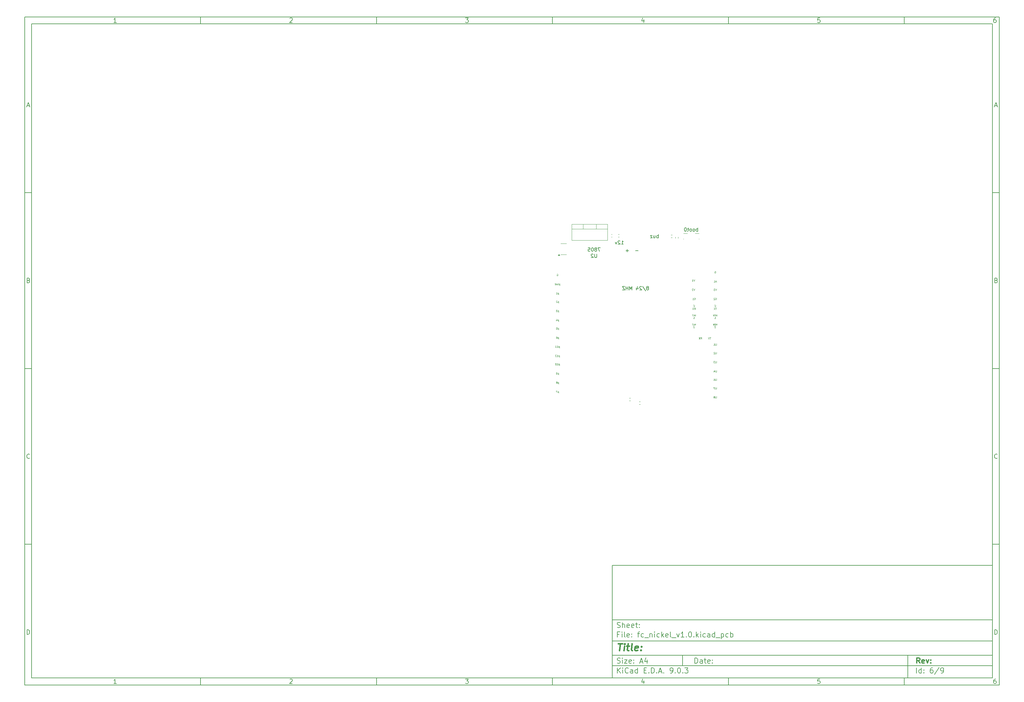
<source format=gbr>
%TF.GenerationSoftware,KiCad,Pcbnew,9.0.3*%
%TF.CreationDate,2025-08-31T17:25:54+05:30*%
%TF.ProjectId,fc_nickel_v1.0,66635f6e-6963-46b6-956c-5f76312e302e,rev?*%
%TF.SameCoordinates,Original*%
%TF.FileFunction,Legend,Bot*%
%TF.FilePolarity,Positive*%
%FSLAX46Y46*%
G04 Gerber Fmt 4.6, Leading zero omitted, Abs format (unit mm)*
G04 Created by KiCad (PCBNEW 9.0.3) date 2025-08-31 17:25:54*
%MOMM*%
%LPD*%
G01*
G04 APERTURE LIST*
%ADD10C,0.100000*%
%ADD11C,0.150000*%
%ADD12C,0.300000*%
%ADD13C,0.400000*%
%ADD14C,0.125000*%
%ADD15C,0.120000*%
G04 APERTURE END LIST*
D10*
D11*
X177002200Y-166007200D02*
X285002200Y-166007200D01*
X285002200Y-198007200D01*
X177002200Y-198007200D01*
X177002200Y-166007200D01*
D10*
D11*
X10000000Y-10000000D02*
X287002200Y-10000000D01*
X287002200Y-200007200D01*
X10000000Y-200007200D01*
X10000000Y-10000000D01*
D10*
D11*
X12000000Y-12000000D02*
X285002200Y-12000000D01*
X285002200Y-198007200D01*
X12000000Y-198007200D01*
X12000000Y-12000000D01*
D10*
D11*
X60000000Y-12000000D02*
X60000000Y-10000000D01*
D10*
D11*
X110000000Y-12000000D02*
X110000000Y-10000000D01*
D10*
D11*
X160000000Y-12000000D02*
X160000000Y-10000000D01*
D10*
D11*
X210000000Y-12000000D02*
X210000000Y-10000000D01*
D10*
D11*
X260000000Y-12000000D02*
X260000000Y-10000000D01*
D10*
D11*
X36089160Y-11593604D02*
X35346303Y-11593604D01*
X35717731Y-11593604D02*
X35717731Y-10293604D01*
X35717731Y-10293604D02*
X35593922Y-10479319D01*
X35593922Y-10479319D02*
X35470112Y-10603128D01*
X35470112Y-10603128D02*
X35346303Y-10665033D01*
D10*
D11*
X85346303Y-10417414D02*
X85408207Y-10355509D01*
X85408207Y-10355509D02*
X85532017Y-10293604D01*
X85532017Y-10293604D02*
X85841541Y-10293604D01*
X85841541Y-10293604D02*
X85965350Y-10355509D01*
X85965350Y-10355509D02*
X86027255Y-10417414D01*
X86027255Y-10417414D02*
X86089160Y-10541223D01*
X86089160Y-10541223D02*
X86089160Y-10665033D01*
X86089160Y-10665033D02*
X86027255Y-10850747D01*
X86027255Y-10850747D02*
X85284398Y-11593604D01*
X85284398Y-11593604D02*
X86089160Y-11593604D01*
D10*
D11*
X135284398Y-10293604D02*
X136089160Y-10293604D01*
X136089160Y-10293604D02*
X135655826Y-10788842D01*
X135655826Y-10788842D02*
X135841541Y-10788842D01*
X135841541Y-10788842D02*
X135965350Y-10850747D01*
X135965350Y-10850747D02*
X136027255Y-10912652D01*
X136027255Y-10912652D02*
X136089160Y-11036461D01*
X136089160Y-11036461D02*
X136089160Y-11345985D01*
X136089160Y-11345985D02*
X136027255Y-11469795D01*
X136027255Y-11469795D02*
X135965350Y-11531700D01*
X135965350Y-11531700D02*
X135841541Y-11593604D01*
X135841541Y-11593604D02*
X135470112Y-11593604D01*
X135470112Y-11593604D02*
X135346303Y-11531700D01*
X135346303Y-11531700D02*
X135284398Y-11469795D01*
D10*
D11*
X185965350Y-10726938D02*
X185965350Y-11593604D01*
X185655826Y-10231700D02*
X185346303Y-11160271D01*
X185346303Y-11160271D02*
X186151064Y-11160271D01*
D10*
D11*
X236027255Y-10293604D02*
X235408207Y-10293604D01*
X235408207Y-10293604D02*
X235346303Y-10912652D01*
X235346303Y-10912652D02*
X235408207Y-10850747D01*
X235408207Y-10850747D02*
X235532017Y-10788842D01*
X235532017Y-10788842D02*
X235841541Y-10788842D01*
X235841541Y-10788842D02*
X235965350Y-10850747D01*
X235965350Y-10850747D02*
X236027255Y-10912652D01*
X236027255Y-10912652D02*
X236089160Y-11036461D01*
X236089160Y-11036461D02*
X236089160Y-11345985D01*
X236089160Y-11345985D02*
X236027255Y-11469795D01*
X236027255Y-11469795D02*
X235965350Y-11531700D01*
X235965350Y-11531700D02*
X235841541Y-11593604D01*
X235841541Y-11593604D02*
X235532017Y-11593604D01*
X235532017Y-11593604D02*
X235408207Y-11531700D01*
X235408207Y-11531700D02*
X235346303Y-11469795D01*
D10*
D11*
X285965350Y-10293604D02*
X285717731Y-10293604D01*
X285717731Y-10293604D02*
X285593922Y-10355509D01*
X285593922Y-10355509D02*
X285532017Y-10417414D01*
X285532017Y-10417414D02*
X285408207Y-10603128D01*
X285408207Y-10603128D02*
X285346303Y-10850747D01*
X285346303Y-10850747D02*
X285346303Y-11345985D01*
X285346303Y-11345985D02*
X285408207Y-11469795D01*
X285408207Y-11469795D02*
X285470112Y-11531700D01*
X285470112Y-11531700D02*
X285593922Y-11593604D01*
X285593922Y-11593604D02*
X285841541Y-11593604D01*
X285841541Y-11593604D02*
X285965350Y-11531700D01*
X285965350Y-11531700D02*
X286027255Y-11469795D01*
X286027255Y-11469795D02*
X286089160Y-11345985D01*
X286089160Y-11345985D02*
X286089160Y-11036461D01*
X286089160Y-11036461D02*
X286027255Y-10912652D01*
X286027255Y-10912652D02*
X285965350Y-10850747D01*
X285965350Y-10850747D02*
X285841541Y-10788842D01*
X285841541Y-10788842D02*
X285593922Y-10788842D01*
X285593922Y-10788842D02*
X285470112Y-10850747D01*
X285470112Y-10850747D02*
X285408207Y-10912652D01*
X285408207Y-10912652D02*
X285346303Y-11036461D01*
D10*
D11*
X60000000Y-198007200D02*
X60000000Y-200007200D01*
D10*
D11*
X110000000Y-198007200D02*
X110000000Y-200007200D01*
D10*
D11*
X160000000Y-198007200D02*
X160000000Y-200007200D01*
D10*
D11*
X210000000Y-198007200D02*
X210000000Y-200007200D01*
D10*
D11*
X260000000Y-198007200D02*
X260000000Y-200007200D01*
D10*
D11*
X36089160Y-199600804D02*
X35346303Y-199600804D01*
X35717731Y-199600804D02*
X35717731Y-198300804D01*
X35717731Y-198300804D02*
X35593922Y-198486519D01*
X35593922Y-198486519D02*
X35470112Y-198610328D01*
X35470112Y-198610328D02*
X35346303Y-198672233D01*
D10*
D11*
X85346303Y-198424614D02*
X85408207Y-198362709D01*
X85408207Y-198362709D02*
X85532017Y-198300804D01*
X85532017Y-198300804D02*
X85841541Y-198300804D01*
X85841541Y-198300804D02*
X85965350Y-198362709D01*
X85965350Y-198362709D02*
X86027255Y-198424614D01*
X86027255Y-198424614D02*
X86089160Y-198548423D01*
X86089160Y-198548423D02*
X86089160Y-198672233D01*
X86089160Y-198672233D02*
X86027255Y-198857947D01*
X86027255Y-198857947D02*
X85284398Y-199600804D01*
X85284398Y-199600804D02*
X86089160Y-199600804D01*
D10*
D11*
X135284398Y-198300804D02*
X136089160Y-198300804D01*
X136089160Y-198300804D02*
X135655826Y-198796042D01*
X135655826Y-198796042D02*
X135841541Y-198796042D01*
X135841541Y-198796042D02*
X135965350Y-198857947D01*
X135965350Y-198857947D02*
X136027255Y-198919852D01*
X136027255Y-198919852D02*
X136089160Y-199043661D01*
X136089160Y-199043661D02*
X136089160Y-199353185D01*
X136089160Y-199353185D02*
X136027255Y-199476995D01*
X136027255Y-199476995D02*
X135965350Y-199538900D01*
X135965350Y-199538900D02*
X135841541Y-199600804D01*
X135841541Y-199600804D02*
X135470112Y-199600804D01*
X135470112Y-199600804D02*
X135346303Y-199538900D01*
X135346303Y-199538900D02*
X135284398Y-199476995D01*
D10*
D11*
X185965350Y-198734138D02*
X185965350Y-199600804D01*
X185655826Y-198238900D02*
X185346303Y-199167471D01*
X185346303Y-199167471D02*
X186151064Y-199167471D01*
D10*
D11*
X236027255Y-198300804D02*
X235408207Y-198300804D01*
X235408207Y-198300804D02*
X235346303Y-198919852D01*
X235346303Y-198919852D02*
X235408207Y-198857947D01*
X235408207Y-198857947D02*
X235532017Y-198796042D01*
X235532017Y-198796042D02*
X235841541Y-198796042D01*
X235841541Y-198796042D02*
X235965350Y-198857947D01*
X235965350Y-198857947D02*
X236027255Y-198919852D01*
X236027255Y-198919852D02*
X236089160Y-199043661D01*
X236089160Y-199043661D02*
X236089160Y-199353185D01*
X236089160Y-199353185D02*
X236027255Y-199476995D01*
X236027255Y-199476995D02*
X235965350Y-199538900D01*
X235965350Y-199538900D02*
X235841541Y-199600804D01*
X235841541Y-199600804D02*
X235532017Y-199600804D01*
X235532017Y-199600804D02*
X235408207Y-199538900D01*
X235408207Y-199538900D02*
X235346303Y-199476995D01*
D10*
D11*
X285965350Y-198300804D02*
X285717731Y-198300804D01*
X285717731Y-198300804D02*
X285593922Y-198362709D01*
X285593922Y-198362709D02*
X285532017Y-198424614D01*
X285532017Y-198424614D02*
X285408207Y-198610328D01*
X285408207Y-198610328D02*
X285346303Y-198857947D01*
X285346303Y-198857947D02*
X285346303Y-199353185D01*
X285346303Y-199353185D02*
X285408207Y-199476995D01*
X285408207Y-199476995D02*
X285470112Y-199538900D01*
X285470112Y-199538900D02*
X285593922Y-199600804D01*
X285593922Y-199600804D02*
X285841541Y-199600804D01*
X285841541Y-199600804D02*
X285965350Y-199538900D01*
X285965350Y-199538900D02*
X286027255Y-199476995D01*
X286027255Y-199476995D02*
X286089160Y-199353185D01*
X286089160Y-199353185D02*
X286089160Y-199043661D01*
X286089160Y-199043661D02*
X286027255Y-198919852D01*
X286027255Y-198919852D02*
X285965350Y-198857947D01*
X285965350Y-198857947D02*
X285841541Y-198796042D01*
X285841541Y-198796042D02*
X285593922Y-198796042D01*
X285593922Y-198796042D02*
X285470112Y-198857947D01*
X285470112Y-198857947D02*
X285408207Y-198919852D01*
X285408207Y-198919852D02*
X285346303Y-199043661D01*
D10*
D11*
X10000000Y-60000000D02*
X12000000Y-60000000D01*
D10*
D11*
X10000000Y-110000000D02*
X12000000Y-110000000D01*
D10*
D11*
X10000000Y-160000000D02*
X12000000Y-160000000D01*
D10*
D11*
X10690476Y-35222176D02*
X11309523Y-35222176D01*
X10566666Y-35593604D02*
X10999999Y-34293604D01*
X10999999Y-34293604D02*
X11433333Y-35593604D01*
D10*
D11*
X11092857Y-84912652D02*
X11278571Y-84974557D01*
X11278571Y-84974557D02*
X11340476Y-85036461D01*
X11340476Y-85036461D02*
X11402380Y-85160271D01*
X11402380Y-85160271D02*
X11402380Y-85345985D01*
X11402380Y-85345985D02*
X11340476Y-85469795D01*
X11340476Y-85469795D02*
X11278571Y-85531700D01*
X11278571Y-85531700D02*
X11154761Y-85593604D01*
X11154761Y-85593604D02*
X10659523Y-85593604D01*
X10659523Y-85593604D02*
X10659523Y-84293604D01*
X10659523Y-84293604D02*
X11092857Y-84293604D01*
X11092857Y-84293604D02*
X11216666Y-84355509D01*
X11216666Y-84355509D02*
X11278571Y-84417414D01*
X11278571Y-84417414D02*
X11340476Y-84541223D01*
X11340476Y-84541223D02*
X11340476Y-84665033D01*
X11340476Y-84665033D02*
X11278571Y-84788842D01*
X11278571Y-84788842D02*
X11216666Y-84850747D01*
X11216666Y-84850747D02*
X11092857Y-84912652D01*
X11092857Y-84912652D02*
X10659523Y-84912652D01*
D10*
D11*
X11402380Y-135469795D02*
X11340476Y-135531700D01*
X11340476Y-135531700D02*
X11154761Y-135593604D01*
X11154761Y-135593604D02*
X11030952Y-135593604D01*
X11030952Y-135593604D02*
X10845238Y-135531700D01*
X10845238Y-135531700D02*
X10721428Y-135407890D01*
X10721428Y-135407890D02*
X10659523Y-135284080D01*
X10659523Y-135284080D02*
X10597619Y-135036461D01*
X10597619Y-135036461D02*
X10597619Y-134850747D01*
X10597619Y-134850747D02*
X10659523Y-134603128D01*
X10659523Y-134603128D02*
X10721428Y-134479319D01*
X10721428Y-134479319D02*
X10845238Y-134355509D01*
X10845238Y-134355509D02*
X11030952Y-134293604D01*
X11030952Y-134293604D02*
X11154761Y-134293604D01*
X11154761Y-134293604D02*
X11340476Y-134355509D01*
X11340476Y-134355509D02*
X11402380Y-134417414D01*
D10*
D11*
X10659523Y-185593604D02*
X10659523Y-184293604D01*
X10659523Y-184293604D02*
X10969047Y-184293604D01*
X10969047Y-184293604D02*
X11154761Y-184355509D01*
X11154761Y-184355509D02*
X11278571Y-184479319D01*
X11278571Y-184479319D02*
X11340476Y-184603128D01*
X11340476Y-184603128D02*
X11402380Y-184850747D01*
X11402380Y-184850747D02*
X11402380Y-185036461D01*
X11402380Y-185036461D02*
X11340476Y-185284080D01*
X11340476Y-185284080D02*
X11278571Y-185407890D01*
X11278571Y-185407890D02*
X11154761Y-185531700D01*
X11154761Y-185531700D02*
X10969047Y-185593604D01*
X10969047Y-185593604D02*
X10659523Y-185593604D01*
D10*
D11*
X287002200Y-60000000D02*
X285002200Y-60000000D01*
D10*
D11*
X287002200Y-110000000D02*
X285002200Y-110000000D01*
D10*
D11*
X287002200Y-160000000D02*
X285002200Y-160000000D01*
D10*
D11*
X285692676Y-35222176D02*
X286311723Y-35222176D01*
X285568866Y-35593604D02*
X286002199Y-34293604D01*
X286002199Y-34293604D02*
X286435533Y-35593604D01*
D10*
D11*
X286095057Y-84912652D02*
X286280771Y-84974557D01*
X286280771Y-84974557D02*
X286342676Y-85036461D01*
X286342676Y-85036461D02*
X286404580Y-85160271D01*
X286404580Y-85160271D02*
X286404580Y-85345985D01*
X286404580Y-85345985D02*
X286342676Y-85469795D01*
X286342676Y-85469795D02*
X286280771Y-85531700D01*
X286280771Y-85531700D02*
X286156961Y-85593604D01*
X286156961Y-85593604D02*
X285661723Y-85593604D01*
X285661723Y-85593604D02*
X285661723Y-84293604D01*
X285661723Y-84293604D02*
X286095057Y-84293604D01*
X286095057Y-84293604D02*
X286218866Y-84355509D01*
X286218866Y-84355509D02*
X286280771Y-84417414D01*
X286280771Y-84417414D02*
X286342676Y-84541223D01*
X286342676Y-84541223D02*
X286342676Y-84665033D01*
X286342676Y-84665033D02*
X286280771Y-84788842D01*
X286280771Y-84788842D02*
X286218866Y-84850747D01*
X286218866Y-84850747D02*
X286095057Y-84912652D01*
X286095057Y-84912652D02*
X285661723Y-84912652D01*
D10*
D11*
X286404580Y-135469795D02*
X286342676Y-135531700D01*
X286342676Y-135531700D02*
X286156961Y-135593604D01*
X286156961Y-135593604D02*
X286033152Y-135593604D01*
X286033152Y-135593604D02*
X285847438Y-135531700D01*
X285847438Y-135531700D02*
X285723628Y-135407890D01*
X285723628Y-135407890D02*
X285661723Y-135284080D01*
X285661723Y-135284080D02*
X285599819Y-135036461D01*
X285599819Y-135036461D02*
X285599819Y-134850747D01*
X285599819Y-134850747D02*
X285661723Y-134603128D01*
X285661723Y-134603128D02*
X285723628Y-134479319D01*
X285723628Y-134479319D02*
X285847438Y-134355509D01*
X285847438Y-134355509D02*
X286033152Y-134293604D01*
X286033152Y-134293604D02*
X286156961Y-134293604D01*
X286156961Y-134293604D02*
X286342676Y-134355509D01*
X286342676Y-134355509D02*
X286404580Y-134417414D01*
D10*
D11*
X285661723Y-185593604D02*
X285661723Y-184293604D01*
X285661723Y-184293604D02*
X285971247Y-184293604D01*
X285971247Y-184293604D02*
X286156961Y-184355509D01*
X286156961Y-184355509D02*
X286280771Y-184479319D01*
X286280771Y-184479319D02*
X286342676Y-184603128D01*
X286342676Y-184603128D02*
X286404580Y-184850747D01*
X286404580Y-184850747D02*
X286404580Y-185036461D01*
X286404580Y-185036461D02*
X286342676Y-185284080D01*
X286342676Y-185284080D02*
X286280771Y-185407890D01*
X286280771Y-185407890D02*
X286156961Y-185531700D01*
X286156961Y-185531700D02*
X285971247Y-185593604D01*
X285971247Y-185593604D02*
X285661723Y-185593604D01*
D10*
D11*
X200458026Y-193793328D02*
X200458026Y-192293328D01*
X200458026Y-192293328D02*
X200815169Y-192293328D01*
X200815169Y-192293328D02*
X201029455Y-192364757D01*
X201029455Y-192364757D02*
X201172312Y-192507614D01*
X201172312Y-192507614D02*
X201243741Y-192650471D01*
X201243741Y-192650471D02*
X201315169Y-192936185D01*
X201315169Y-192936185D02*
X201315169Y-193150471D01*
X201315169Y-193150471D02*
X201243741Y-193436185D01*
X201243741Y-193436185D02*
X201172312Y-193579042D01*
X201172312Y-193579042D02*
X201029455Y-193721900D01*
X201029455Y-193721900D02*
X200815169Y-193793328D01*
X200815169Y-193793328D02*
X200458026Y-193793328D01*
X202600884Y-193793328D02*
X202600884Y-193007614D01*
X202600884Y-193007614D02*
X202529455Y-192864757D01*
X202529455Y-192864757D02*
X202386598Y-192793328D01*
X202386598Y-192793328D02*
X202100884Y-192793328D01*
X202100884Y-192793328D02*
X201958026Y-192864757D01*
X202600884Y-193721900D02*
X202458026Y-193793328D01*
X202458026Y-193793328D02*
X202100884Y-193793328D01*
X202100884Y-193793328D02*
X201958026Y-193721900D01*
X201958026Y-193721900D02*
X201886598Y-193579042D01*
X201886598Y-193579042D02*
X201886598Y-193436185D01*
X201886598Y-193436185D02*
X201958026Y-193293328D01*
X201958026Y-193293328D02*
X202100884Y-193221900D01*
X202100884Y-193221900D02*
X202458026Y-193221900D01*
X202458026Y-193221900D02*
X202600884Y-193150471D01*
X203100884Y-192793328D02*
X203672312Y-192793328D01*
X203315169Y-192293328D02*
X203315169Y-193579042D01*
X203315169Y-193579042D02*
X203386598Y-193721900D01*
X203386598Y-193721900D02*
X203529455Y-193793328D01*
X203529455Y-193793328D02*
X203672312Y-193793328D01*
X204743741Y-193721900D02*
X204600884Y-193793328D01*
X204600884Y-193793328D02*
X204315170Y-193793328D01*
X204315170Y-193793328D02*
X204172312Y-193721900D01*
X204172312Y-193721900D02*
X204100884Y-193579042D01*
X204100884Y-193579042D02*
X204100884Y-193007614D01*
X204100884Y-193007614D02*
X204172312Y-192864757D01*
X204172312Y-192864757D02*
X204315170Y-192793328D01*
X204315170Y-192793328D02*
X204600884Y-192793328D01*
X204600884Y-192793328D02*
X204743741Y-192864757D01*
X204743741Y-192864757D02*
X204815170Y-193007614D01*
X204815170Y-193007614D02*
X204815170Y-193150471D01*
X204815170Y-193150471D02*
X204100884Y-193293328D01*
X205458026Y-193650471D02*
X205529455Y-193721900D01*
X205529455Y-193721900D02*
X205458026Y-193793328D01*
X205458026Y-193793328D02*
X205386598Y-193721900D01*
X205386598Y-193721900D02*
X205458026Y-193650471D01*
X205458026Y-193650471D02*
X205458026Y-193793328D01*
X205458026Y-192864757D02*
X205529455Y-192936185D01*
X205529455Y-192936185D02*
X205458026Y-193007614D01*
X205458026Y-193007614D02*
X205386598Y-192936185D01*
X205386598Y-192936185D02*
X205458026Y-192864757D01*
X205458026Y-192864757D02*
X205458026Y-193007614D01*
D10*
D11*
X177002200Y-194507200D02*
X285002200Y-194507200D01*
D10*
D11*
X178458026Y-196593328D02*
X178458026Y-195093328D01*
X179315169Y-196593328D02*
X178672312Y-195736185D01*
X179315169Y-195093328D02*
X178458026Y-195950471D01*
X179958026Y-196593328D02*
X179958026Y-195593328D01*
X179958026Y-195093328D02*
X179886598Y-195164757D01*
X179886598Y-195164757D02*
X179958026Y-195236185D01*
X179958026Y-195236185D02*
X180029455Y-195164757D01*
X180029455Y-195164757D02*
X179958026Y-195093328D01*
X179958026Y-195093328D02*
X179958026Y-195236185D01*
X181529455Y-196450471D02*
X181458027Y-196521900D01*
X181458027Y-196521900D02*
X181243741Y-196593328D01*
X181243741Y-196593328D02*
X181100884Y-196593328D01*
X181100884Y-196593328D02*
X180886598Y-196521900D01*
X180886598Y-196521900D02*
X180743741Y-196379042D01*
X180743741Y-196379042D02*
X180672312Y-196236185D01*
X180672312Y-196236185D02*
X180600884Y-195950471D01*
X180600884Y-195950471D02*
X180600884Y-195736185D01*
X180600884Y-195736185D02*
X180672312Y-195450471D01*
X180672312Y-195450471D02*
X180743741Y-195307614D01*
X180743741Y-195307614D02*
X180886598Y-195164757D01*
X180886598Y-195164757D02*
X181100884Y-195093328D01*
X181100884Y-195093328D02*
X181243741Y-195093328D01*
X181243741Y-195093328D02*
X181458027Y-195164757D01*
X181458027Y-195164757D02*
X181529455Y-195236185D01*
X182815170Y-196593328D02*
X182815170Y-195807614D01*
X182815170Y-195807614D02*
X182743741Y-195664757D01*
X182743741Y-195664757D02*
X182600884Y-195593328D01*
X182600884Y-195593328D02*
X182315170Y-195593328D01*
X182315170Y-195593328D02*
X182172312Y-195664757D01*
X182815170Y-196521900D02*
X182672312Y-196593328D01*
X182672312Y-196593328D02*
X182315170Y-196593328D01*
X182315170Y-196593328D02*
X182172312Y-196521900D01*
X182172312Y-196521900D02*
X182100884Y-196379042D01*
X182100884Y-196379042D02*
X182100884Y-196236185D01*
X182100884Y-196236185D02*
X182172312Y-196093328D01*
X182172312Y-196093328D02*
X182315170Y-196021900D01*
X182315170Y-196021900D02*
X182672312Y-196021900D01*
X182672312Y-196021900D02*
X182815170Y-195950471D01*
X184172313Y-196593328D02*
X184172313Y-195093328D01*
X184172313Y-196521900D02*
X184029455Y-196593328D01*
X184029455Y-196593328D02*
X183743741Y-196593328D01*
X183743741Y-196593328D02*
X183600884Y-196521900D01*
X183600884Y-196521900D02*
X183529455Y-196450471D01*
X183529455Y-196450471D02*
X183458027Y-196307614D01*
X183458027Y-196307614D02*
X183458027Y-195879042D01*
X183458027Y-195879042D02*
X183529455Y-195736185D01*
X183529455Y-195736185D02*
X183600884Y-195664757D01*
X183600884Y-195664757D02*
X183743741Y-195593328D01*
X183743741Y-195593328D02*
X184029455Y-195593328D01*
X184029455Y-195593328D02*
X184172313Y-195664757D01*
X186029455Y-195807614D02*
X186529455Y-195807614D01*
X186743741Y-196593328D02*
X186029455Y-196593328D01*
X186029455Y-196593328D02*
X186029455Y-195093328D01*
X186029455Y-195093328D02*
X186743741Y-195093328D01*
X187386598Y-196450471D02*
X187458027Y-196521900D01*
X187458027Y-196521900D02*
X187386598Y-196593328D01*
X187386598Y-196593328D02*
X187315170Y-196521900D01*
X187315170Y-196521900D02*
X187386598Y-196450471D01*
X187386598Y-196450471D02*
X187386598Y-196593328D01*
X188100884Y-196593328D02*
X188100884Y-195093328D01*
X188100884Y-195093328D02*
X188458027Y-195093328D01*
X188458027Y-195093328D02*
X188672313Y-195164757D01*
X188672313Y-195164757D02*
X188815170Y-195307614D01*
X188815170Y-195307614D02*
X188886599Y-195450471D01*
X188886599Y-195450471D02*
X188958027Y-195736185D01*
X188958027Y-195736185D02*
X188958027Y-195950471D01*
X188958027Y-195950471D02*
X188886599Y-196236185D01*
X188886599Y-196236185D02*
X188815170Y-196379042D01*
X188815170Y-196379042D02*
X188672313Y-196521900D01*
X188672313Y-196521900D02*
X188458027Y-196593328D01*
X188458027Y-196593328D02*
X188100884Y-196593328D01*
X189600884Y-196450471D02*
X189672313Y-196521900D01*
X189672313Y-196521900D02*
X189600884Y-196593328D01*
X189600884Y-196593328D02*
X189529456Y-196521900D01*
X189529456Y-196521900D02*
X189600884Y-196450471D01*
X189600884Y-196450471D02*
X189600884Y-196593328D01*
X190243742Y-196164757D02*
X190958028Y-196164757D01*
X190100885Y-196593328D02*
X190600885Y-195093328D01*
X190600885Y-195093328D02*
X191100885Y-196593328D01*
X191600884Y-196450471D02*
X191672313Y-196521900D01*
X191672313Y-196521900D02*
X191600884Y-196593328D01*
X191600884Y-196593328D02*
X191529456Y-196521900D01*
X191529456Y-196521900D02*
X191600884Y-196450471D01*
X191600884Y-196450471D02*
X191600884Y-196593328D01*
X193529456Y-196593328D02*
X193815170Y-196593328D01*
X193815170Y-196593328D02*
X193958027Y-196521900D01*
X193958027Y-196521900D02*
X194029456Y-196450471D01*
X194029456Y-196450471D02*
X194172313Y-196236185D01*
X194172313Y-196236185D02*
X194243742Y-195950471D01*
X194243742Y-195950471D02*
X194243742Y-195379042D01*
X194243742Y-195379042D02*
X194172313Y-195236185D01*
X194172313Y-195236185D02*
X194100885Y-195164757D01*
X194100885Y-195164757D02*
X193958027Y-195093328D01*
X193958027Y-195093328D02*
X193672313Y-195093328D01*
X193672313Y-195093328D02*
X193529456Y-195164757D01*
X193529456Y-195164757D02*
X193458027Y-195236185D01*
X193458027Y-195236185D02*
X193386599Y-195379042D01*
X193386599Y-195379042D02*
X193386599Y-195736185D01*
X193386599Y-195736185D02*
X193458027Y-195879042D01*
X193458027Y-195879042D02*
X193529456Y-195950471D01*
X193529456Y-195950471D02*
X193672313Y-196021900D01*
X193672313Y-196021900D02*
X193958027Y-196021900D01*
X193958027Y-196021900D02*
X194100885Y-195950471D01*
X194100885Y-195950471D02*
X194172313Y-195879042D01*
X194172313Y-195879042D02*
X194243742Y-195736185D01*
X194886598Y-196450471D02*
X194958027Y-196521900D01*
X194958027Y-196521900D02*
X194886598Y-196593328D01*
X194886598Y-196593328D02*
X194815170Y-196521900D01*
X194815170Y-196521900D02*
X194886598Y-196450471D01*
X194886598Y-196450471D02*
X194886598Y-196593328D01*
X195886599Y-195093328D02*
X196029456Y-195093328D01*
X196029456Y-195093328D02*
X196172313Y-195164757D01*
X196172313Y-195164757D02*
X196243742Y-195236185D01*
X196243742Y-195236185D02*
X196315170Y-195379042D01*
X196315170Y-195379042D02*
X196386599Y-195664757D01*
X196386599Y-195664757D02*
X196386599Y-196021900D01*
X196386599Y-196021900D02*
X196315170Y-196307614D01*
X196315170Y-196307614D02*
X196243742Y-196450471D01*
X196243742Y-196450471D02*
X196172313Y-196521900D01*
X196172313Y-196521900D02*
X196029456Y-196593328D01*
X196029456Y-196593328D02*
X195886599Y-196593328D01*
X195886599Y-196593328D02*
X195743742Y-196521900D01*
X195743742Y-196521900D02*
X195672313Y-196450471D01*
X195672313Y-196450471D02*
X195600884Y-196307614D01*
X195600884Y-196307614D02*
X195529456Y-196021900D01*
X195529456Y-196021900D02*
X195529456Y-195664757D01*
X195529456Y-195664757D02*
X195600884Y-195379042D01*
X195600884Y-195379042D02*
X195672313Y-195236185D01*
X195672313Y-195236185D02*
X195743742Y-195164757D01*
X195743742Y-195164757D02*
X195886599Y-195093328D01*
X197029455Y-196450471D02*
X197100884Y-196521900D01*
X197100884Y-196521900D02*
X197029455Y-196593328D01*
X197029455Y-196593328D02*
X196958027Y-196521900D01*
X196958027Y-196521900D02*
X197029455Y-196450471D01*
X197029455Y-196450471D02*
X197029455Y-196593328D01*
X197600884Y-195093328D02*
X198529456Y-195093328D01*
X198529456Y-195093328D02*
X198029456Y-195664757D01*
X198029456Y-195664757D02*
X198243741Y-195664757D01*
X198243741Y-195664757D02*
X198386599Y-195736185D01*
X198386599Y-195736185D02*
X198458027Y-195807614D01*
X198458027Y-195807614D02*
X198529456Y-195950471D01*
X198529456Y-195950471D02*
X198529456Y-196307614D01*
X198529456Y-196307614D02*
X198458027Y-196450471D01*
X198458027Y-196450471D02*
X198386599Y-196521900D01*
X198386599Y-196521900D02*
X198243741Y-196593328D01*
X198243741Y-196593328D02*
X197815170Y-196593328D01*
X197815170Y-196593328D02*
X197672313Y-196521900D01*
X197672313Y-196521900D02*
X197600884Y-196450471D01*
D10*
D11*
X177002200Y-191507200D02*
X285002200Y-191507200D01*
D10*
D12*
X264413853Y-193785528D02*
X263913853Y-193071242D01*
X263556710Y-193785528D02*
X263556710Y-192285528D01*
X263556710Y-192285528D02*
X264128139Y-192285528D01*
X264128139Y-192285528D02*
X264270996Y-192356957D01*
X264270996Y-192356957D02*
X264342425Y-192428385D01*
X264342425Y-192428385D02*
X264413853Y-192571242D01*
X264413853Y-192571242D02*
X264413853Y-192785528D01*
X264413853Y-192785528D02*
X264342425Y-192928385D01*
X264342425Y-192928385D02*
X264270996Y-192999814D01*
X264270996Y-192999814D02*
X264128139Y-193071242D01*
X264128139Y-193071242D02*
X263556710Y-193071242D01*
X265628139Y-193714100D02*
X265485282Y-193785528D01*
X265485282Y-193785528D02*
X265199568Y-193785528D01*
X265199568Y-193785528D02*
X265056710Y-193714100D01*
X265056710Y-193714100D02*
X264985282Y-193571242D01*
X264985282Y-193571242D02*
X264985282Y-192999814D01*
X264985282Y-192999814D02*
X265056710Y-192856957D01*
X265056710Y-192856957D02*
X265199568Y-192785528D01*
X265199568Y-192785528D02*
X265485282Y-192785528D01*
X265485282Y-192785528D02*
X265628139Y-192856957D01*
X265628139Y-192856957D02*
X265699568Y-192999814D01*
X265699568Y-192999814D02*
X265699568Y-193142671D01*
X265699568Y-193142671D02*
X264985282Y-193285528D01*
X266199567Y-192785528D02*
X266556710Y-193785528D01*
X266556710Y-193785528D02*
X266913853Y-192785528D01*
X267485281Y-193642671D02*
X267556710Y-193714100D01*
X267556710Y-193714100D02*
X267485281Y-193785528D01*
X267485281Y-193785528D02*
X267413853Y-193714100D01*
X267413853Y-193714100D02*
X267485281Y-193642671D01*
X267485281Y-193642671D02*
X267485281Y-193785528D01*
X267485281Y-192856957D02*
X267556710Y-192928385D01*
X267556710Y-192928385D02*
X267485281Y-192999814D01*
X267485281Y-192999814D02*
X267413853Y-192928385D01*
X267413853Y-192928385D02*
X267485281Y-192856957D01*
X267485281Y-192856957D02*
X267485281Y-192999814D01*
D10*
D11*
X178386598Y-193721900D02*
X178600884Y-193793328D01*
X178600884Y-193793328D02*
X178958026Y-193793328D01*
X178958026Y-193793328D02*
X179100884Y-193721900D01*
X179100884Y-193721900D02*
X179172312Y-193650471D01*
X179172312Y-193650471D02*
X179243741Y-193507614D01*
X179243741Y-193507614D02*
X179243741Y-193364757D01*
X179243741Y-193364757D02*
X179172312Y-193221900D01*
X179172312Y-193221900D02*
X179100884Y-193150471D01*
X179100884Y-193150471D02*
X178958026Y-193079042D01*
X178958026Y-193079042D02*
X178672312Y-193007614D01*
X178672312Y-193007614D02*
X178529455Y-192936185D01*
X178529455Y-192936185D02*
X178458026Y-192864757D01*
X178458026Y-192864757D02*
X178386598Y-192721900D01*
X178386598Y-192721900D02*
X178386598Y-192579042D01*
X178386598Y-192579042D02*
X178458026Y-192436185D01*
X178458026Y-192436185D02*
X178529455Y-192364757D01*
X178529455Y-192364757D02*
X178672312Y-192293328D01*
X178672312Y-192293328D02*
X179029455Y-192293328D01*
X179029455Y-192293328D02*
X179243741Y-192364757D01*
X179886597Y-193793328D02*
X179886597Y-192793328D01*
X179886597Y-192293328D02*
X179815169Y-192364757D01*
X179815169Y-192364757D02*
X179886597Y-192436185D01*
X179886597Y-192436185D02*
X179958026Y-192364757D01*
X179958026Y-192364757D02*
X179886597Y-192293328D01*
X179886597Y-192293328D02*
X179886597Y-192436185D01*
X180458026Y-192793328D02*
X181243741Y-192793328D01*
X181243741Y-192793328D02*
X180458026Y-193793328D01*
X180458026Y-193793328D02*
X181243741Y-193793328D01*
X182386598Y-193721900D02*
X182243741Y-193793328D01*
X182243741Y-193793328D02*
X181958027Y-193793328D01*
X181958027Y-193793328D02*
X181815169Y-193721900D01*
X181815169Y-193721900D02*
X181743741Y-193579042D01*
X181743741Y-193579042D02*
X181743741Y-193007614D01*
X181743741Y-193007614D02*
X181815169Y-192864757D01*
X181815169Y-192864757D02*
X181958027Y-192793328D01*
X181958027Y-192793328D02*
X182243741Y-192793328D01*
X182243741Y-192793328D02*
X182386598Y-192864757D01*
X182386598Y-192864757D02*
X182458027Y-193007614D01*
X182458027Y-193007614D02*
X182458027Y-193150471D01*
X182458027Y-193150471D02*
X181743741Y-193293328D01*
X183100883Y-193650471D02*
X183172312Y-193721900D01*
X183172312Y-193721900D02*
X183100883Y-193793328D01*
X183100883Y-193793328D02*
X183029455Y-193721900D01*
X183029455Y-193721900D02*
X183100883Y-193650471D01*
X183100883Y-193650471D02*
X183100883Y-193793328D01*
X183100883Y-192864757D02*
X183172312Y-192936185D01*
X183172312Y-192936185D02*
X183100883Y-193007614D01*
X183100883Y-193007614D02*
X183029455Y-192936185D01*
X183029455Y-192936185D02*
X183100883Y-192864757D01*
X183100883Y-192864757D02*
X183100883Y-193007614D01*
X184886598Y-193364757D02*
X185600884Y-193364757D01*
X184743741Y-193793328D02*
X185243741Y-192293328D01*
X185243741Y-192293328D02*
X185743741Y-193793328D01*
X186886598Y-192793328D02*
X186886598Y-193793328D01*
X186529455Y-192221900D02*
X186172312Y-193293328D01*
X186172312Y-193293328D02*
X187100883Y-193293328D01*
D10*
D11*
X263458026Y-196593328D02*
X263458026Y-195093328D01*
X264815170Y-196593328D02*
X264815170Y-195093328D01*
X264815170Y-196521900D02*
X264672312Y-196593328D01*
X264672312Y-196593328D02*
X264386598Y-196593328D01*
X264386598Y-196593328D02*
X264243741Y-196521900D01*
X264243741Y-196521900D02*
X264172312Y-196450471D01*
X264172312Y-196450471D02*
X264100884Y-196307614D01*
X264100884Y-196307614D02*
X264100884Y-195879042D01*
X264100884Y-195879042D02*
X264172312Y-195736185D01*
X264172312Y-195736185D02*
X264243741Y-195664757D01*
X264243741Y-195664757D02*
X264386598Y-195593328D01*
X264386598Y-195593328D02*
X264672312Y-195593328D01*
X264672312Y-195593328D02*
X264815170Y-195664757D01*
X265529455Y-196450471D02*
X265600884Y-196521900D01*
X265600884Y-196521900D02*
X265529455Y-196593328D01*
X265529455Y-196593328D02*
X265458027Y-196521900D01*
X265458027Y-196521900D02*
X265529455Y-196450471D01*
X265529455Y-196450471D02*
X265529455Y-196593328D01*
X265529455Y-195664757D02*
X265600884Y-195736185D01*
X265600884Y-195736185D02*
X265529455Y-195807614D01*
X265529455Y-195807614D02*
X265458027Y-195736185D01*
X265458027Y-195736185D02*
X265529455Y-195664757D01*
X265529455Y-195664757D02*
X265529455Y-195807614D01*
X268029456Y-195093328D02*
X267743741Y-195093328D01*
X267743741Y-195093328D02*
X267600884Y-195164757D01*
X267600884Y-195164757D02*
X267529456Y-195236185D01*
X267529456Y-195236185D02*
X267386598Y-195450471D01*
X267386598Y-195450471D02*
X267315170Y-195736185D01*
X267315170Y-195736185D02*
X267315170Y-196307614D01*
X267315170Y-196307614D02*
X267386598Y-196450471D01*
X267386598Y-196450471D02*
X267458027Y-196521900D01*
X267458027Y-196521900D02*
X267600884Y-196593328D01*
X267600884Y-196593328D02*
X267886598Y-196593328D01*
X267886598Y-196593328D02*
X268029456Y-196521900D01*
X268029456Y-196521900D02*
X268100884Y-196450471D01*
X268100884Y-196450471D02*
X268172313Y-196307614D01*
X268172313Y-196307614D02*
X268172313Y-195950471D01*
X268172313Y-195950471D02*
X268100884Y-195807614D01*
X268100884Y-195807614D02*
X268029456Y-195736185D01*
X268029456Y-195736185D02*
X267886598Y-195664757D01*
X267886598Y-195664757D02*
X267600884Y-195664757D01*
X267600884Y-195664757D02*
X267458027Y-195736185D01*
X267458027Y-195736185D02*
X267386598Y-195807614D01*
X267386598Y-195807614D02*
X267315170Y-195950471D01*
X269886598Y-195021900D02*
X268600884Y-196950471D01*
X270458027Y-196593328D02*
X270743741Y-196593328D01*
X270743741Y-196593328D02*
X270886598Y-196521900D01*
X270886598Y-196521900D02*
X270958027Y-196450471D01*
X270958027Y-196450471D02*
X271100884Y-196236185D01*
X271100884Y-196236185D02*
X271172313Y-195950471D01*
X271172313Y-195950471D02*
X271172313Y-195379042D01*
X271172313Y-195379042D02*
X271100884Y-195236185D01*
X271100884Y-195236185D02*
X271029456Y-195164757D01*
X271029456Y-195164757D02*
X270886598Y-195093328D01*
X270886598Y-195093328D02*
X270600884Y-195093328D01*
X270600884Y-195093328D02*
X270458027Y-195164757D01*
X270458027Y-195164757D02*
X270386598Y-195236185D01*
X270386598Y-195236185D02*
X270315170Y-195379042D01*
X270315170Y-195379042D02*
X270315170Y-195736185D01*
X270315170Y-195736185D02*
X270386598Y-195879042D01*
X270386598Y-195879042D02*
X270458027Y-195950471D01*
X270458027Y-195950471D02*
X270600884Y-196021900D01*
X270600884Y-196021900D02*
X270886598Y-196021900D01*
X270886598Y-196021900D02*
X271029456Y-195950471D01*
X271029456Y-195950471D02*
X271100884Y-195879042D01*
X271100884Y-195879042D02*
X271172313Y-195736185D01*
D10*
D11*
X177002200Y-187507200D02*
X285002200Y-187507200D01*
D10*
D13*
X178693928Y-188211638D02*
X179836785Y-188211638D01*
X179015357Y-190211638D02*
X179265357Y-188211638D01*
X180253452Y-190211638D02*
X180420119Y-188878304D01*
X180503452Y-188211638D02*
X180396309Y-188306876D01*
X180396309Y-188306876D02*
X180479643Y-188402114D01*
X180479643Y-188402114D02*
X180586786Y-188306876D01*
X180586786Y-188306876D02*
X180503452Y-188211638D01*
X180503452Y-188211638D02*
X180479643Y-188402114D01*
X181086786Y-188878304D02*
X181848690Y-188878304D01*
X181455833Y-188211638D02*
X181241548Y-189925923D01*
X181241548Y-189925923D02*
X181312976Y-190116400D01*
X181312976Y-190116400D02*
X181491548Y-190211638D01*
X181491548Y-190211638D02*
X181682024Y-190211638D01*
X182634405Y-190211638D02*
X182455833Y-190116400D01*
X182455833Y-190116400D02*
X182384405Y-189925923D01*
X182384405Y-189925923D02*
X182598690Y-188211638D01*
X184170119Y-190116400D02*
X183967738Y-190211638D01*
X183967738Y-190211638D02*
X183586785Y-190211638D01*
X183586785Y-190211638D02*
X183408214Y-190116400D01*
X183408214Y-190116400D02*
X183336785Y-189925923D01*
X183336785Y-189925923D02*
X183432024Y-189164019D01*
X183432024Y-189164019D02*
X183551071Y-188973542D01*
X183551071Y-188973542D02*
X183753452Y-188878304D01*
X183753452Y-188878304D02*
X184134404Y-188878304D01*
X184134404Y-188878304D02*
X184312976Y-188973542D01*
X184312976Y-188973542D02*
X184384404Y-189164019D01*
X184384404Y-189164019D02*
X184360595Y-189354495D01*
X184360595Y-189354495D02*
X183384404Y-189544971D01*
X185134405Y-190021161D02*
X185217738Y-190116400D01*
X185217738Y-190116400D02*
X185110595Y-190211638D01*
X185110595Y-190211638D02*
X185027262Y-190116400D01*
X185027262Y-190116400D02*
X185134405Y-190021161D01*
X185134405Y-190021161D02*
X185110595Y-190211638D01*
X185265357Y-188973542D02*
X185348690Y-189068780D01*
X185348690Y-189068780D02*
X185241548Y-189164019D01*
X185241548Y-189164019D02*
X185158214Y-189068780D01*
X185158214Y-189068780D02*
X185265357Y-188973542D01*
X185265357Y-188973542D02*
X185241548Y-189164019D01*
D10*
D11*
X178958026Y-185607614D02*
X178458026Y-185607614D01*
X178458026Y-186393328D02*
X178458026Y-184893328D01*
X178458026Y-184893328D02*
X179172312Y-184893328D01*
X179743740Y-186393328D02*
X179743740Y-185393328D01*
X179743740Y-184893328D02*
X179672312Y-184964757D01*
X179672312Y-184964757D02*
X179743740Y-185036185D01*
X179743740Y-185036185D02*
X179815169Y-184964757D01*
X179815169Y-184964757D02*
X179743740Y-184893328D01*
X179743740Y-184893328D02*
X179743740Y-185036185D01*
X180672312Y-186393328D02*
X180529455Y-186321900D01*
X180529455Y-186321900D02*
X180458026Y-186179042D01*
X180458026Y-186179042D02*
X180458026Y-184893328D01*
X181815169Y-186321900D02*
X181672312Y-186393328D01*
X181672312Y-186393328D02*
X181386598Y-186393328D01*
X181386598Y-186393328D02*
X181243740Y-186321900D01*
X181243740Y-186321900D02*
X181172312Y-186179042D01*
X181172312Y-186179042D02*
X181172312Y-185607614D01*
X181172312Y-185607614D02*
X181243740Y-185464757D01*
X181243740Y-185464757D02*
X181386598Y-185393328D01*
X181386598Y-185393328D02*
X181672312Y-185393328D01*
X181672312Y-185393328D02*
X181815169Y-185464757D01*
X181815169Y-185464757D02*
X181886598Y-185607614D01*
X181886598Y-185607614D02*
X181886598Y-185750471D01*
X181886598Y-185750471D02*
X181172312Y-185893328D01*
X182529454Y-186250471D02*
X182600883Y-186321900D01*
X182600883Y-186321900D02*
X182529454Y-186393328D01*
X182529454Y-186393328D02*
X182458026Y-186321900D01*
X182458026Y-186321900D02*
X182529454Y-186250471D01*
X182529454Y-186250471D02*
X182529454Y-186393328D01*
X182529454Y-185464757D02*
X182600883Y-185536185D01*
X182600883Y-185536185D02*
X182529454Y-185607614D01*
X182529454Y-185607614D02*
X182458026Y-185536185D01*
X182458026Y-185536185D02*
X182529454Y-185464757D01*
X182529454Y-185464757D02*
X182529454Y-185607614D01*
X184172312Y-185393328D02*
X184743740Y-185393328D01*
X184386597Y-186393328D02*
X184386597Y-185107614D01*
X184386597Y-185107614D02*
X184458026Y-184964757D01*
X184458026Y-184964757D02*
X184600883Y-184893328D01*
X184600883Y-184893328D02*
X184743740Y-184893328D01*
X185886598Y-186321900D02*
X185743740Y-186393328D01*
X185743740Y-186393328D02*
X185458026Y-186393328D01*
X185458026Y-186393328D02*
X185315169Y-186321900D01*
X185315169Y-186321900D02*
X185243740Y-186250471D01*
X185243740Y-186250471D02*
X185172312Y-186107614D01*
X185172312Y-186107614D02*
X185172312Y-185679042D01*
X185172312Y-185679042D02*
X185243740Y-185536185D01*
X185243740Y-185536185D02*
X185315169Y-185464757D01*
X185315169Y-185464757D02*
X185458026Y-185393328D01*
X185458026Y-185393328D02*
X185743740Y-185393328D01*
X185743740Y-185393328D02*
X185886598Y-185464757D01*
X186172312Y-186536185D02*
X187315169Y-186536185D01*
X187672311Y-185393328D02*
X187672311Y-186393328D01*
X187672311Y-185536185D02*
X187743740Y-185464757D01*
X187743740Y-185464757D02*
X187886597Y-185393328D01*
X187886597Y-185393328D02*
X188100883Y-185393328D01*
X188100883Y-185393328D02*
X188243740Y-185464757D01*
X188243740Y-185464757D02*
X188315169Y-185607614D01*
X188315169Y-185607614D02*
X188315169Y-186393328D01*
X189029454Y-186393328D02*
X189029454Y-185393328D01*
X189029454Y-184893328D02*
X188958026Y-184964757D01*
X188958026Y-184964757D02*
X189029454Y-185036185D01*
X189029454Y-185036185D02*
X189100883Y-184964757D01*
X189100883Y-184964757D02*
X189029454Y-184893328D01*
X189029454Y-184893328D02*
X189029454Y-185036185D01*
X190386598Y-186321900D02*
X190243740Y-186393328D01*
X190243740Y-186393328D02*
X189958026Y-186393328D01*
X189958026Y-186393328D02*
X189815169Y-186321900D01*
X189815169Y-186321900D02*
X189743740Y-186250471D01*
X189743740Y-186250471D02*
X189672312Y-186107614D01*
X189672312Y-186107614D02*
X189672312Y-185679042D01*
X189672312Y-185679042D02*
X189743740Y-185536185D01*
X189743740Y-185536185D02*
X189815169Y-185464757D01*
X189815169Y-185464757D02*
X189958026Y-185393328D01*
X189958026Y-185393328D02*
X190243740Y-185393328D01*
X190243740Y-185393328D02*
X190386598Y-185464757D01*
X191029454Y-186393328D02*
X191029454Y-184893328D01*
X191172312Y-185821900D02*
X191600883Y-186393328D01*
X191600883Y-185393328D02*
X191029454Y-185964757D01*
X192815169Y-186321900D02*
X192672312Y-186393328D01*
X192672312Y-186393328D02*
X192386598Y-186393328D01*
X192386598Y-186393328D02*
X192243740Y-186321900D01*
X192243740Y-186321900D02*
X192172312Y-186179042D01*
X192172312Y-186179042D02*
X192172312Y-185607614D01*
X192172312Y-185607614D02*
X192243740Y-185464757D01*
X192243740Y-185464757D02*
X192386598Y-185393328D01*
X192386598Y-185393328D02*
X192672312Y-185393328D01*
X192672312Y-185393328D02*
X192815169Y-185464757D01*
X192815169Y-185464757D02*
X192886598Y-185607614D01*
X192886598Y-185607614D02*
X192886598Y-185750471D01*
X192886598Y-185750471D02*
X192172312Y-185893328D01*
X193743740Y-186393328D02*
X193600883Y-186321900D01*
X193600883Y-186321900D02*
X193529454Y-186179042D01*
X193529454Y-186179042D02*
X193529454Y-184893328D01*
X193958026Y-186536185D02*
X195100883Y-186536185D01*
X195315168Y-185393328D02*
X195672311Y-186393328D01*
X195672311Y-186393328D02*
X196029454Y-185393328D01*
X197386597Y-186393328D02*
X196529454Y-186393328D01*
X196958025Y-186393328D02*
X196958025Y-184893328D01*
X196958025Y-184893328D02*
X196815168Y-185107614D01*
X196815168Y-185107614D02*
X196672311Y-185250471D01*
X196672311Y-185250471D02*
X196529454Y-185321900D01*
X198029453Y-186250471D02*
X198100882Y-186321900D01*
X198100882Y-186321900D02*
X198029453Y-186393328D01*
X198029453Y-186393328D02*
X197958025Y-186321900D01*
X197958025Y-186321900D02*
X198029453Y-186250471D01*
X198029453Y-186250471D02*
X198029453Y-186393328D01*
X199029454Y-184893328D02*
X199172311Y-184893328D01*
X199172311Y-184893328D02*
X199315168Y-184964757D01*
X199315168Y-184964757D02*
X199386597Y-185036185D01*
X199386597Y-185036185D02*
X199458025Y-185179042D01*
X199458025Y-185179042D02*
X199529454Y-185464757D01*
X199529454Y-185464757D02*
X199529454Y-185821900D01*
X199529454Y-185821900D02*
X199458025Y-186107614D01*
X199458025Y-186107614D02*
X199386597Y-186250471D01*
X199386597Y-186250471D02*
X199315168Y-186321900D01*
X199315168Y-186321900D02*
X199172311Y-186393328D01*
X199172311Y-186393328D02*
X199029454Y-186393328D01*
X199029454Y-186393328D02*
X198886597Y-186321900D01*
X198886597Y-186321900D02*
X198815168Y-186250471D01*
X198815168Y-186250471D02*
X198743739Y-186107614D01*
X198743739Y-186107614D02*
X198672311Y-185821900D01*
X198672311Y-185821900D02*
X198672311Y-185464757D01*
X198672311Y-185464757D02*
X198743739Y-185179042D01*
X198743739Y-185179042D02*
X198815168Y-185036185D01*
X198815168Y-185036185D02*
X198886597Y-184964757D01*
X198886597Y-184964757D02*
X199029454Y-184893328D01*
X200172310Y-186250471D02*
X200243739Y-186321900D01*
X200243739Y-186321900D02*
X200172310Y-186393328D01*
X200172310Y-186393328D02*
X200100882Y-186321900D01*
X200100882Y-186321900D02*
X200172310Y-186250471D01*
X200172310Y-186250471D02*
X200172310Y-186393328D01*
X200886596Y-186393328D02*
X200886596Y-184893328D01*
X201029454Y-185821900D02*
X201458025Y-186393328D01*
X201458025Y-185393328D02*
X200886596Y-185964757D01*
X202100882Y-186393328D02*
X202100882Y-185393328D01*
X202100882Y-184893328D02*
X202029454Y-184964757D01*
X202029454Y-184964757D02*
X202100882Y-185036185D01*
X202100882Y-185036185D02*
X202172311Y-184964757D01*
X202172311Y-184964757D02*
X202100882Y-184893328D01*
X202100882Y-184893328D02*
X202100882Y-185036185D01*
X203458026Y-186321900D02*
X203315168Y-186393328D01*
X203315168Y-186393328D02*
X203029454Y-186393328D01*
X203029454Y-186393328D02*
X202886597Y-186321900D01*
X202886597Y-186321900D02*
X202815168Y-186250471D01*
X202815168Y-186250471D02*
X202743740Y-186107614D01*
X202743740Y-186107614D02*
X202743740Y-185679042D01*
X202743740Y-185679042D02*
X202815168Y-185536185D01*
X202815168Y-185536185D02*
X202886597Y-185464757D01*
X202886597Y-185464757D02*
X203029454Y-185393328D01*
X203029454Y-185393328D02*
X203315168Y-185393328D01*
X203315168Y-185393328D02*
X203458026Y-185464757D01*
X204743740Y-186393328D02*
X204743740Y-185607614D01*
X204743740Y-185607614D02*
X204672311Y-185464757D01*
X204672311Y-185464757D02*
X204529454Y-185393328D01*
X204529454Y-185393328D02*
X204243740Y-185393328D01*
X204243740Y-185393328D02*
X204100882Y-185464757D01*
X204743740Y-186321900D02*
X204600882Y-186393328D01*
X204600882Y-186393328D02*
X204243740Y-186393328D01*
X204243740Y-186393328D02*
X204100882Y-186321900D01*
X204100882Y-186321900D02*
X204029454Y-186179042D01*
X204029454Y-186179042D02*
X204029454Y-186036185D01*
X204029454Y-186036185D02*
X204100882Y-185893328D01*
X204100882Y-185893328D02*
X204243740Y-185821900D01*
X204243740Y-185821900D02*
X204600882Y-185821900D01*
X204600882Y-185821900D02*
X204743740Y-185750471D01*
X206100883Y-186393328D02*
X206100883Y-184893328D01*
X206100883Y-186321900D02*
X205958025Y-186393328D01*
X205958025Y-186393328D02*
X205672311Y-186393328D01*
X205672311Y-186393328D02*
X205529454Y-186321900D01*
X205529454Y-186321900D02*
X205458025Y-186250471D01*
X205458025Y-186250471D02*
X205386597Y-186107614D01*
X205386597Y-186107614D02*
X205386597Y-185679042D01*
X205386597Y-185679042D02*
X205458025Y-185536185D01*
X205458025Y-185536185D02*
X205529454Y-185464757D01*
X205529454Y-185464757D02*
X205672311Y-185393328D01*
X205672311Y-185393328D02*
X205958025Y-185393328D01*
X205958025Y-185393328D02*
X206100883Y-185464757D01*
X206458026Y-186536185D02*
X207600883Y-186536185D01*
X207958025Y-185393328D02*
X207958025Y-186893328D01*
X207958025Y-185464757D02*
X208100883Y-185393328D01*
X208100883Y-185393328D02*
X208386597Y-185393328D01*
X208386597Y-185393328D02*
X208529454Y-185464757D01*
X208529454Y-185464757D02*
X208600883Y-185536185D01*
X208600883Y-185536185D02*
X208672311Y-185679042D01*
X208672311Y-185679042D02*
X208672311Y-186107614D01*
X208672311Y-186107614D02*
X208600883Y-186250471D01*
X208600883Y-186250471D02*
X208529454Y-186321900D01*
X208529454Y-186321900D02*
X208386597Y-186393328D01*
X208386597Y-186393328D02*
X208100883Y-186393328D01*
X208100883Y-186393328D02*
X207958025Y-186321900D01*
X209958026Y-186321900D02*
X209815168Y-186393328D01*
X209815168Y-186393328D02*
X209529454Y-186393328D01*
X209529454Y-186393328D02*
X209386597Y-186321900D01*
X209386597Y-186321900D02*
X209315168Y-186250471D01*
X209315168Y-186250471D02*
X209243740Y-186107614D01*
X209243740Y-186107614D02*
X209243740Y-185679042D01*
X209243740Y-185679042D02*
X209315168Y-185536185D01*
X209315168Y-185536185D02*
X209386597Y-185464757D01*
X209386597Y-185464757D02*
X209529454Y-185393328D01*
X209529454Y-185393328D02*
X209815168Y-185393328D01*
X209815168Y-185393328D02*
X209958026Y-185464757D01*
X210600882Y-186393328D02*
X210600882Y-184893328D01*
X210600882Y-185464757D02*
X210743740Y-185393328D01*
X210743740Y-185393328D02*
X211029454Y-185393328D01*
X211029454Y-185393328D02*
X211172311Y-185464757D01*
X211172311Y-185464757D02*
X211243740Y-185536185D01*
X211243740Y-185536185D02*
X211315168Y-185679042D01*
X211315168Y-185679042D02*
X211315168Y-186107614D01*
X211315168Y-186107614D02*
X211243740Y-186250471D01*
X211243740Y-186250471D02*
X211172311Y-186321900D01*
X211172311Y-186321900D02*
X211029454Y-186393328D01*
X211029454Y-186393328D02*
X210743740Y-186393328D01*
X210743740Y-186393328D02*
X210600882Y-186321900D01*
D10*
D11*
X177002200Y-181507200D02*
X285002200Y-181507200D01*
D10*
D11*
X178386598Y-183621900D02*
X178600884Y-183693328D01*
X178600884Y-183693328D02*
X178958026Y-183693328D01*
X178958026Y-183693328D02*
X179100884Y-183621900D01*
X179100884Y-183621900D02*
X179172312Y-183550471D01*
X179172312Y-183550471D02*
X179243741Y-183407614D01*
X179243741Y-183407614D02*
X179243741Y-183264757D01*
X179243741Y-183264757D02*
X179172312Y-183121900D01*
X179172312Y-183121900D02*
X179100884Y-183050471D01*
X179100884Y-183050471D02*
X178958026Y-182979042D01*
X178958026Y-182979042D02*
X178672312Y-182907614D01*
X178672312Y-182907614D02*
X178529455Y-182836185D01*
X178529455Y-182836185D02*
X178458026Y-182764757D01*
X178458026Y-182764757D02*
X178386598Y-182621900D01*
X178386598Y-182621900D02*
X178386598Y-182479042D01*
X178386598Y-182479042D02*
X178458026Y-182336185D01*
X178458026Y-182336185D02*
X178529455Y-182264757D01*
X178529455Y-182264757D02*
X178672312Y-182193328D01*
X178672312Y-182193328D02*
X179029455Y-182193328D01*
X179029455Y-182193328D02*
X179243741Y-182264757D01*
X179886597Y-183693328D02*
X179886597Y-182193328D01*
X180529455Y-183693328D02*
X180529455Y-182907614D01*
X180529455Y-182907614D02*
X180458026Y-182764757D01*
X180458026Y-182764757D02*
X180315169Y-182693328D01*
X180315169Y-182693328D02*
X180100883Y-182693328D01*
X180100883Y-182693328D02*
X179958026Y-182764757D01*
X179958026Y-182764757D02*
X179886597Y-182836185D01*
X181815169Y-183621900D02*
X181672312Y-183693328D01*
X181672312Y-183693328D02*
X181386598Y-183693328D01*
X181386598Y-183693328D02*
X181243740Y-183621900D01*
X181243740Y-183621900D02*
X181172312Y-183479042D01*
X181172312Y-183479042D02*
X181172312Y-182907614D01*
X181172312Y-182907614D02*
X181243740Y-182764757D01*
X181243740Y-182764757D02*
X181386598Y-182693328D01*
X181386598Y-182693328D02*
X181672312Y-182693328D01*
X181672312Y-182693328D02*
X181815169Y-182764757D01*
X181815169Y-182764757D02*
X181886598Y-182907614D01*
X181886598Y-182907614D02*
X181886598Y-183050471D01*
X181886598Y-183050471D02*
X181172312Y-183193328D01*
X183100883Y-183621900D02*
X182958026Y-183693328D01*
X182958026Y-183693328D02*
X182672312Y-183693328D01*
X182672312Y-183693328D02*
X182529454Y-183621900D01*
X182529454Y-183621900D02*
X182458026Y-183479042D01*
X182458026Y-183479042D02*
X182458026Y-182907614D01*
X182458026Y-182907614D02*
X182529454Y-182764757D01*
X182529454Y-182764757D02*
X182672312Y-182693328D01*
X182672312Y-182693328D02*
X182958026Y-182693328D01*
X182958026Y-182693328D02*
X183100883Y-182764757D01*
X183100883Y-182764757D02*
X183172312Y-182907614D01*
X183172312Y-182907614D02*
X183172312Y-183050471D01*
X183172312Y-183050471D02*
X182458026Y-183193328D01*
X183600883Y-182693328D02*
X184172311Y-182693328D01*
X183815168Y-182193328D02*
X183815168Y-183479042D01*
X183815168Y-183479042D02*
X183886597Y-183621900D01*
X183886597Y-183621900D02*
X184029454Y-183693328D01*
X184029454Y-183693328D02*
X184172311Y-183693328D01*
X184672311Y-183550471D02*
X184743740Y-183621900D01*
X184743740Y-183621900D02*
X184672311Y-183693328D01*
X184672311Y-183693328D02*
X184600883Y-183621900D01*
X184600883Y-183621900D02*
X184672311Y-183550471D01*
X184672311Y-183550471D02*
X184672311Y-183693328D01*
X184672311Y-182764757D02*
X184743740Y-182836185D01*
X184743740Y-182836185D02*
X184672311Y-182907614D01*
X184672311Y-182907614D02*
X184600883Y-182836185D01*
X184600883Y-182836185D02*
X184672311Y-182764757D01*
X184672311Y-182764757D02*
X184672311Y-182907614D01*
D10*
D11*
X197002200Y-191507200D02*
X197002200Y-194507200D01*
D10*
D11*
X261002200Y-191507200D02*
X261002200Y-198007200D01*
D14*
X161745237Y-93491476D02*
X161745237Y-93991476D01*
X161745237Y-93515285D02*
X161697618Y-93491476D01*
X161697618Y-93491476D02*
X161602380Y-93491476D01*
X161602380Y-93491476D02*
X161554761Y-93515285D01*
X161554761Y-93515285D02*
X161530951Y-93539095D01*
X161530951Y-93539095D02*
X161507142Y-93586714D01*
X161507142Y-93586714D02*
X161507142Y-93729571D01*
X161507142Y-93729571D02*
X161530951Y-93777190D01*
X161530951Y-93777190D02*
X161554761Y-93801000D01*
X161554761Y-93801000D02*
X161602380Y-93824809D01*
X161602380Y-93824809D02*
X161697618Y-93824809D01*
X161697618Y-93824809D02*
X161745237Y-93801000D01*
X161340475Y-93324809D02*
X161030951Y-93324809D01*
X161030951Y-93324809D02*
X161197618Y-93515285D01*
X161197618Y-93515285D02*
X161126189Y-93515285D01*
X161126189Y-93515285D02*
X161078570Y-93539095D01*
X161078570Y-93539095D02*
X161054761Y-93562904D01*
X161054761Y-93562904D02*
X161030951Y-93610523D01*
X161030951Y-93610523D02*
X161030951Y-93729571D01*
X161030951Y-93729571D02*
X161054761Y-93777190D01*
X161054761Y-93777190D02*
X161078570Y-93801000D01*
X161078570Y-93801000D02*
X161126189Y-93824809D01*
X161126189Y-93824809D02*
X161269046Y-93824809D01*
X161269046Y-93824809D02*
X161316665Y-93801000D01*
X161316665Y-93801000D02*
X161340475Y-93777190D01*
X162078571Y-85891476D02*
X162078571Y-86391476D01*
X162078571Y-85915285D02*
X162030952Y-85891476D01*
X162030952Y-85891476D02*
X161935714Y-85891476D01*
X161935714Y-85891476D02*
X161888095Y-85915285D01*
X161888095Y-85915285D02*
X161864285Y-85939095D01*
X161864285Y-85939095D02*
X161840476Y-85986714D01*
X161840476Y-85986714D02*
X161840476Y-86129571D01*
X161840476Y-86129571D02*
X161864285Y-86177190D01*
X161864285Y-86177190D02*
X161888095Y-86201000D01*
X161888095Y-86201000D02*
X161935714Y-86224809D01*
X161935714Y-86224809D02*
X162030952Y-86224809D01*
X162030952Y-86224809D02*
X162078571Y-86201000D01*
X161554761Y-86224809D02*
X161602380Y-86201000D01*
X161602380Y-86201000D02*
X161626190Y-86153380D01*
X161626190Y-86153380D02*
X161626190Y-85724809D01*
X161173809Y-86201000D02*
X161221428Y-86224809D01*
X161221428Y-86224809D02*
X161316666Y-86224809D01*
X161316666Y-86224809D02*
X161364285Y-86201000D01*
X161364285Y-86201000D02*
X161388094Y-86153380D01*
X161388094Y-86153380D02*
X161388094Y-85962904D01*
X161388094Y-85962904D02*
X161364285Y-85915285D01*
X161364285Y-85915285D02*
X161316666Y-85891476D01*
X161316666Y-85891476D02*
X161221428Y-85891476D01*
X161221428Y-85891476D02*
X161173809Y-85915285D01*
X161173809Y-85915285D02*
X161149999Y-85962904D01*
X161149999Y-85962904D02*
X161149999Y-86010523D01*
X161149999Y-86010523D02*
X161388094Y-86058142D01*
X160721428Y-86224809D02*
X160721428Y-85724809D01*
X160721428Y-86201000D02*
X160769047Y-86224809D01*
X160769047Y-86224809D02*
X160864285Y-86224809D01*
X160864285Y-86224809D02*
X160911904Y-86201000D01*
X160911904Y-86201000D02*
X160935714Y-86177190D01*
X160935714Y-86177190D02*
X160959523Y-86129571D01*
X160959523Y-86129571D02*
X160959523Y-85986714D01*
X160959523Y-85986714D02*
X160935714Y-85939095D01*
X160935714Y-85939095D02*
X160911904Y-85915285D01*
X160911904Y-85915285D02*
X160864285Y-85891476D01*
X160864285Y-85891476D02*
X160769047Y-85891476D01*
X160769047Y-85891476D02*
X160721428Y-85915285D01*
X206557141Y-85281952D02*
X206319046Y-85281952D01*
X206604760Y-85424809D02*
X206438094Y-84924809D01*
X206438094Y-84924809D02*
X206271427Y-85424809D01*
X205842856Y-85424809D02*
X206128570Y-85424809D01*
X205985713Y-85424809D02*
X205985713Y-84924809D01*
X205985713Y-84924809D02*
X206033332Y-84996238D01*
X206033332Y-84996238D02*
X206080951Y-85043857D01*
X206080951Y-85043857D02*
X206128570Y-85067666D01*
X206580952Y-107924809D02*
X206580952Y-108329571D01*
X206580952Y-108329571D02*
X206557142Y-108377190D01*
X206557142Y-108377190D02*
X206533333Y-108401000D01*
X206533333Y-108401000D02*
X206485714Y-108424809D01*
X206485714Y-108424809D02*
X206390476Y-108424809D01*
X206390476Y-108424809D02*
X206342857Y-108401000D01*
X206342857Y-108401000D02*
X206319047Y-108377190D01*
X206319047Y-108377190D02*
X206295238Y-108329571D01*
X206295238Y-108329571D02*
X206295238Y-107924809D01*
X206104761Y-107924809D02*
X205795237Y-107924809D01*
X205795237Y-107924809D02*
X205961904Y-108115285D01*
X205961904Y-108115285D02*
X205890475Y-108115285D01*
X205890475Y-108115285D02*
X205842856Y-108139095D01*
X205842856Y-108139095D02*
X205819047Y-108162904D01*
X205819047Y-108162904D02*
X205795237Y-108210523D01*
X205795237Y-108210523D02*
X205795237Y-108329571D01*
X205795237Y-108329571D02*
X205819047Y-108377190D01*
X205819047Y-108377190D02*
X205842856Y-108401000D01*
X205842856Y-108401000D02*
X205890475Y-108424809D01*
X205890475Y-108424809D02*
X206033332Y-108424809D01*
X206033332Y-108424809D02*
X206080951Y-108401000D01*
X206080951Y-108401000D02*
X206104761Y-108377190D01*
D11*
X179571428Y-74654819D02*
X180142856Y-74654819D01*
X179857142Y-74654819D02*
X179857142Y-73654819D01*
X179857142Y-73654819D02*
X179952380Y-73797676D01*
X179952380Y-73797676D02*
X180047618Y-73892914D01*
X180047618Y-73892914D02*
X180142856Y-73940533D01*
X179190475Y-73750057D02*
X179142856Y-73702438D01*
X179142856Y-73702438D02*
X179047618Y-73654819D01*
X179047618Y-73654819D02*
X178809523Y-73654819D01*
X178809523Y-73654819D02*
X178714285Y-73702438D01*
X178714285Y-73702438D02*
X178666666Y-73750057D01*
X178666666Y-73750057D02*
X178619047Y-73845295D01*
X178619047Y-73845295D02*
X178619047Y-73940533D01*
X178619047Y-73940533D02*
X178666666Y-74083390D01*
X178666666Y-74083390D02*
X179238094Y-74654819D01*
X179238094Y-74654819D02*
X178619047Y-74654819D01*
X178285713Y-73988152D02*
X178047618Y-74654819D01*
X178047618Y-74654819D02*
X177809523Y-73988152D01*
D14*
X206759523Y-94998514D02*
X206711904Y-95022323D01*
X206711904Y-95022323D02*
X206616666Y-95022323D01*
X206616666Y-95022323D02*
X206569047Y-94998514D01*
X206569047Y-94998514D02*
X206545238Y-94950894D01*
X206545238Y-94950894D02*
X206545238Y-94927085D01*
X206545238Y-94927085D02*
X206569047Y-94879466D01*
X206569047Y-94879466D02*
X206616666Y-94855656D01*
X206616666Y-94855656D02*
X206688095Y-94855656D01*
X206688095Y-94855656D02*
X206735714Y-94831847D01*
X206735714Y-94831847D02*
X206759523Y-94784228D01*
X206759523Y-94784228D02*
X206759523Y-94760418D01*
X206759523Y-94760418D02*
X206735714Y-94712799D01*
X206735714Y-94712799D02*
X206688095Y-94688990D01*
X206688095Y-94688990D02*
X206616666Y-94688990D01*
X206616666Y-94688990D02*
X206569047Y-94712799D01*
X206116666Y-95022323D02*
X206116666Y-94522323D01*
X206116666Y-94998514D02*
X206164285Y-95022323D01*
X206164285Y-95022323D02*
X206259523Y-95022323D01*
X206259523Y-95022323D02*
X206307142Y-94998514D01*
X206307142Y-94998514D02*
X206330952Y-94974704D01*
X206330952Y-94974704D02*
X206354761Y-94927085D01*
X206354761Y-94927085D02*
X206354761Y-94784228D01*
X206354761Y-94784228D02*
X206330952Y-94736609D01*
X206330952Y-94736609D02*
X206307142Y-94712799D01*
X206307142Y-94712799D02*
X206259523Y-94688990D01*
X206259523Y-94688990D02*
X206164285Y-94688990D01*
X206164285Y-94688990D02*
X206116666Y-94712799D01*
X205664285Y-95022323D02*
X205664285Y-94760418D01*
X205664285Y-94760418D02*
X205688095Y-94712799D01*
X205688095Y-94712799D02*
X205735714Y-94688990D01*
X205735714Y-94688990D02*
X205830952Y-94688990D01*
X205830952Y-94688990D02*
X205878571Y-94712799D01*
X205664285Y-94998514D02*
X205711904Y-95022323D01*
X205711904Y-95022323D02*
X205830952Y-95022323D01*
X205830952Y-95022323D02*
X205878571Y-94998514D01*
X205878571Y-94998514D02*
X205902380Y-94950894D01*
X205902380Y-94950894D02*
X205902380Y-94903275D01*
X205902380Y-94903275D02*
X205878571Y-94855656D01*
X205878571Y-94855656D02*
X205830952Y-94831847D01*
X205830952Y-94831847D02*
X205711904Y-94831847D01*
X205711904Y-94831847D02*
X205664285Y-94808037D01*
X206057142Y-95827295D02*
X206342856Y-95827295D01*
X206199999Y-95827295D02*
X206199999Y-95327295D01*
X206199999Y-95327295D02*
X206247618Y-95398724D01*
X206247618Y-95398724D02*
X206295237Y-95446343D01*
X206295237Y-95446343D02*
X206342856Y-95470152D01*
X161745237Y-101091476D02*
X161745237Y-101591476D01*
X161745237Y-101115285D02*
X161697618Y-101091476D01*
X161697618Y-101091476D02*
X161602380Y-101091476D01*
X161602380Y-101091476D02*
X161554761Y-101115285D01*
X161554761Y-101115285D02*
X161530951Y-101139095D01*
X161530951Y-101139095D02*
X161507142Y-101186714D01*
X161507142Y-101186714D02*
X161507142Y-101329571D01*
X161507142Y-101329571D02*
X161530951Y-101377190D01*
X161530951Y-101377190D02*
X161554761Y-101401000D01*
X161554761Y-101401000D02*
X161602380Y-101424809D01*
X161602380Y-101424809D02*
X161697618Y-101424809D01*
X161697618Y-101424809D02*
X161745237Y-101401000D01*
X161078570Y-100924809D02*
X161173808Y-100924809D01*
X161173808Y-100924809D02*
X161221427Y-100948619D01*
X161221427Y-100948619D02*
X161245237Y-100972428D01*
X161245237Y-100972428D02*
X161292856Y-101043857D01*
X161292856Y-101043857D02*
X161316665Y-101139095D01*
X161316665Y-101139095D02*
X161316665Y-101329571D01*
X161316665Y-101329571D02*
X161292856Y-101377190D01*
X161292856Y-101377190D02*
X161269046Y-101401000D01*
X161269046Y-101401000D02*
X161221427Y-101424809D01*
X161221427Y-101424809D02*
X161126189Y-101424809D01*
X161126189Y-101424809D02*
X161078570Y-101401000D01*
X161078570Y-101401000D02*
X161054761Y-101377190D01*
X161054761Y-101377190D02*
X161030951Y-101329571D01*
X161030951Y-101329571D02*
X161030951Y-101210523D01*
X161030951Y-101210523D02*
X161054761Y-101162904D01*
X161054761Y-101162904D02*
X161078570Y-101139095D01*
X161078570Y-101139095D02*
X161126189Y-101115285D01*
X161126189Y-101115285D02*
X161221427Y-101115285D01*
X161221427Y-101115285D02*
X161269046Y-101139095D01*
X161269046Y-101139095D02*
X161292856Y-101162904D01*
X161292856Y-101162904D02*
X161316665Y-101210523D01*
X206759523Y-97598514D02*
X206711904Y-97622323D01*
X206711904Y-97622323D02*
X206616666Y-97622323D01*
X206616666Y-97622323D02*
X206569047Y-97598514D01*
X206569047Y-97598514D02*
X206545238Y-97550894D01*
X206545238Y-97550894D02*
X206545238Y-97527085D01*
X206545238Y-97527085D02*
X206569047Y-97479466D01*
X206569047Y-97479466D02*
X206616666Y-97455656D01*
X206616666Y-97455656D02*
X206688095Y-97455656D01*
X206688095Y-97455656D02*
X206735714Y-97431847D01*
X206735714Y-97431847D02*
X206759523Y-97384228D01*
X206759523Y-97384228D02*
X206759523Y-97360418D01*
X206759523Y-97360418D02*
X206735714Y-97312799D01*
X206735714Y-97312799D02*
X206688095Y-97288990D01*
X206688095Y-97288990D02*
X206616666Y-97288990D01*
X206616666Y-97288990D02*
X206569047Y-97312799D01*
X206116666Y-97622323D02*
X206116666Y-97122323D01*
X206116666Y-97598514D02*
X206164285Y-97622323D01*
X206164285Y-97622323D02*
X206259523Y-97622323D01*
X206259523Y-97622323D02*
X206307142Y-97598514D01*
X206307142Y-97598514D02*
X206330952Y-97574704D01*
X206330952Y-97574704D02*
X206354761Y-97527085D01*
X206354761Y-97527085D02*
X206354761Y-97384228D01*
X206354761Y-97384228D02*
X206330952Y-97336609D01*
X206330952Y-97336609D02*
X206307142Y-97312799D01*
X206307142Y-97312799D02*
X206259523Y-97288990D01*
X206259523Y-97288990D02*
X206164285Y-97288990D01*
X206164285Y-97288990D02*
X206116666Y-97312799D01*
X205664285Y-97622323D02*
X205664285Y-97360418D01*
X205664285Y-97360418D02*
X205688095Y-97312799D01*
X205688095Y-97312799D02*
X205735714Y-97288990D01*
X205735714Y-97288990D02*
X205830952Y-97288990D01*
X205830952Y-97288990D02*
X205878571Y-97312799D01*
X205664285Y-97598514D02*
X205711904Y-97622323D01*
X205711904Y-97622323D02*
X205830952Y-97622323D01*
X205830952Y-97622323D02*
X205878571Y-97598514D01*
X205878571Y-97598514D02*
X205902380Y-97550894D01*
X205902380Y-97550894D02*
X205902380Y-97503275D01*
X205902380Y-97503275D02*
X205878571Y-97455656D01*
X205878571Y-97455656D02*
X205830952Y-97431847D01*
X205830952Y-97431847D02*
X205711904Y-97431847D01*
X205711904Y-97431847D02*
X205664285Y-97408037D01*
X206342856Y-97974914D02*
X206319047Y-97951105D01*
X206319047Y-97951105D02*
X206271428Y-97927295D01*
X206271428Y-97927295D02*
X206152380Y-97927295D01*
X206152380Y-97927295D02*
X206104761Y-97951105D01*
X206104761Y-97951105D02*
X206080952Y-97974914D01*
X206080952Y-97974914D02*
X206057142Y-98022533D01*
X206057142Y-98022533D02*
X206057142Y-98070152D01*
X206057142Y-98070152D02*
X206080952Y-98141581D01*
X206080952Y-98141581D02*
X206366666Y-98427295D01*
X206366666Y-98427295D02*
X206057142Y-98427295D01*
X161745237Y-113891476D02*
X161745237Y-114391476D01*
X161745237Y-113915285D02*
X161697618Y-113891476D01*
X161697618Y-113891476D02*
X161602380Y-113891476D01*
X161602380Y-113891476D02*
X161554761Y-113915285D01*
X161554761Y-113915285D02*
X161530951Y-113939095D01*
X161530951Y-113939095D02*
X161507142Y-113986714D01*
X161507142Y-113986714D02*
X161507142Y-114129571D01*
X161507142Y-114129571D02*
X161530951Y-114177190D01*
X161530951Y-114177190D02*
X161554761Y-114201000D01*
X161554761Y-114201000D02*
X161602380Y-114224809D01*
X161602380Y-114224809D02*
X161697618Y-114224809D01*
X161697618Y-114224809D02*
X161745237Y-114201000D01*
X161221427Y-113939095D02*
X161269046Y-113915285D01*
X161269046Y-113915285D02*
X161292856Y-113891476D01*
X161292856Y-113891476D02*
X161316665Y-113843857D01*
X161316665Y-113843857D02*
X161316665Y-113820047D01*
X161316665Y-113820047D02*
X161292856Y-113772428D01*
X161292856Y-113772428D02*
X161269046Y-113748619D01*
X161269046Y-113748619D02*
X161221427Y-113724809D01*
X161221427Y-113724809D02*
X161126189Y-113724809D01*
X161126189Y-113724809D02*
X161078570Y-113748619D01*
X161078570Y-113748619D02*
X161054761Y-113772428D01*
X161054761Y-113772428D02*
X161030951Y-113820047D01*
X161030951Y-113820047D02*
X161030951Y-113843857D01*
X161030951Y-113843857D02*
X161054761Y-113891476D01*
X161054761Y-113891476D02*
X161078570Y-113915285D01*
X161078570Y-113915285D02*
X161126189Y-113939095D01*
X161126189Y-113939095D02*
X161221427Y-113939095D01*
X161221427Y-113939095D02*
X161269046Y-113962904D01*
X161269046Y-113962904D02*
X161292856Y-113986714D01*
X161292856Y-113986714D02*
X161316665Y-114034333D01*
X161316665Y-114034333D02*
X161316665Y-114129571D01*
X161316665Y-114129571D02*
X161292856Y-114177190D01*
X161292856Y-114177190D02*
X161269046Y-114201000D01*
X161269046Y-114201000D02*
X161221427Y-114224809D01*
X161221427Y-114224809D02*
X161126189Y-114224809D01*
X161126189Y-114224809D02*
X161078570Y-114201000D01*
X161078570Y-114201000D02*
X161054761Y-114177190D01*
X161054761Y-114177190D02*
X161030951Y-114129571D01*
X161030951Y-114129571D02*
X161030951Y-114034333D01*
X161030951Y-114034333D02*
X161054761Y-113986714D01*
X161054761Y-113986714D02*
X161078570Y-113962904D01*
X161078570Y-113962904D02*
X161126189Y-113939095D01*
X161745237Y-88491476D02*
X161745237Y-88991476D01*
X161745237Y-88515285D02*
X161697618Y-88491476D01*
X161697618Y-88491476D02*
X161602380Y-88491476D01*
X161602380Y-88491476D02*
X161554761Y-88515285D01*
X161554761Y-88515285D02*
X161530951Y-88539095D01*
X161530951Y-88539095D02*
X161507142Y-88586714D01*
X161507142Y-88586714D02*
X161507142Y-88729571D01*
X161507142Y-88729571D02*
X161530951Y-88777190D01*
X161530951Y-88777190D02*
X161554761Y-88801000D01*
X161554761Y-88801000D02*
X161602380Y-88824809D01*
X161602380Y-88824809D02*
X161697618Y-88824809D01*
X161697618Y-88824809D02*
X161745237Y-88801000D01*
X161030951Y-88824809D02*
X161316665Y-88824809D01*
X161173808Y-88824809D02*
X161173808Y-88324809D01*
X161173808Y-88324809D02*
X161221427Y-88396238D01*
X161221427Y-88396238D02*
X161269046Y-88443857D01*
X161269046Y-88443857D02*
X161316665Y-88467666D01*
X161745237Y-90891476D02*
X161745237Y-91391476D01*
X161745237Y-90915285D02*
X161697618Y-90891476D01*
X161697618Y-90891476D02*
X161602380Y-90891476D01*
X161602380Y-90891476D02*
X161554761Y-90915285D01*
X161554761Y-90915285D02*
X161530951Y-90939095D01*
X161530951Y-90939095D02*
X161507142Y-90986714D01*
X161507142Y-90986714D02*
X161507142Y-91129571D01*
X161507142Y-91129571D02*
X161530951Y-91177190D01*
X161530951Y-91177190D02*
X161554761Y-91201000D01*
X161554761Y-91201000D02*
X161602380Y-91224809D01*
X161602380Y-91224809D02*
X161697618Y-91224809D01*
X161697618Y-91224809D02*
X161745237Y-91201000D01*
X161316665Y-90772428D02*
X161292856Y-90748619D01*
X161292856Y-90748619D02*
X161245237Y-90724809D01*
X161245237Y-90724809D02*
X161126189Y-90724809D01*
X161126189Y-90724809D02*
X161078570Y-90748619D01*
X161078570Y-90748619D02*
X161054761Y-90772428D01*
X161054761Y-90772428D02*
X161030951Y-90820047D01*
X161030951Y-90820047D02*
X161030951Y-90867666D01*
X161030951Y-90867666D02*
X161054761Y-90939095D01*
X161054761Y-90939095D02*
X161340475Y-91224809D01*
X161340475Y-91224809D02*
X161030951Y-91224809D01*
X200652380Y-94998514D02*
X200604761Y-95022323D01*
X200604761Y-95022323D02*
X200509523Y-95022323D01*
X200509523Y-95022323D02*
X200461904Y-94998514D01*
X200461904Y-94998514D02*
X200438095Y-94950894D01*
X200438095Y-94950894D02*
X200438095Y-94927085D01*
X200438095Y-94927085D02*
X200461904Y-94879466D01*
X200461904Y-94879466D02*
X200509523Y-94855656D01*
X200509523Y-94855656D02*
X200580952Y-94855656D01*
X200580952Y-94855656D02*
X200628571Y-94831847D01*
X200628571Y-94831847D02*
X200652380Y-94784228D01*
X200652380Y-94784228D02*
X200652380Y-94760418D01*
X200652380Y-94760418D02*
X200628571Y-94712799D01*
X200628571Y-94712799D02*
X200580952Y-94688990D01*
X200580952Y-94688990D02*
X200509523Y-94688990D01*
X200509523Y-94688990D02*
X200461904Y-94712799D01*
X200009523Y-94998514D02*
X200057142Y-95022323D01*
X200057142Y-95022323D02*
X200152380Y-95022323D01*
X200152380Y-95022323D02*
X200199999Y-94998514D01*
X200199999Y-94998514D02*
X200223809Y-94974704D01*
X200223809Y-94974704D02*
X200247618Y-94927085D01*
X200247618Y-94927085D02*
X200247618Y-94784228D01*
X200247618Y-94784228D02*
X200223809Y-94736609D01*
X200223809Y-94736609D02*
X200199999Y-94712799D01*
X200199999Y-94712799D02*
X200152380Y-94688990D01*
X200152380Y-94688990D02*
X200057142Y-94688990D01*
X200057142Y-94688990D02*
X200009523Y-94712799D01*
X199723809Y-95022323D02*
X199771428Y-94998514D01*
X199771428Y-94998514D02*
X199795238Y-94950894D01*
X199795238Y-94950894D02*
X199795238Y-94522323D01*
X200057142Y-95827295D02*
X200342856Y-95827295D01*
X200199999Y-95827295D02*
X200199999Y-95327295D01*
X200199999Y-95327295D02*
X200247618Y-95398724D01*
X200247618Y-95398724D02*
X200295237Y-95446343D01*
X200295237Y-95446343D02*
X200342856Y-95470152D01*
X206580952Y-117924809D02*
X206580952Y-118329571D01*
X206580952Y-118329571D02*
X206557142Y-118377190D01*
X206557142Y-118377190D02*
X206533333Y-118401000D01*
X206533333Y-118401000D02*
X206485714Y-118424809D01*
X206485714Y-118424809D02*
X206390476Y-118424809D01*
X206390476Y-118424809D02*
X206342857Y-118401000D01*
X206342857Y-118401000D02*
X206319047Y-118377190D01*
X206319047Y-118377190D02*
X206295238Y-118329571D01*
X206295238Y-118329571D02*
X206295238Y-117924809D01*
X205985713Y-118139095D02*
X206033332Y-118115285D01*
X206033332Y-118115285D02*
X206057142Y-118091476D01*
X206057142Y-118091476D02*
X206080951Y-118043857D01*
X206080951Y-118043857D02*
X206080951Y-118020047D01*
X206080951Y-118020047D02*
X206057142Y-117972428D01*
X206057142Y-117972428D02*
X206033332Y-117948619D01*
X206033332Y-117948619D02*
X205985713Y-117924809D01*
X205985713Y-117924809D02*
X205890475Y-117924809D01*
X205890475Y-117924809D02*
X205842856Y-117948619D01*
X205842856Y-117948619D02*
X205819047Y-117972428D01*
X205819047Y-117972428D02*
X205795237Y-118020047D01*
X205795237Y-118020047D02*
X205795237Y-118043857D01*
X205795237Y-118043857D02*
X205819047Y-118091476D01*
X205819047Y-118091476D02*
X205842856Y-118115285D01*
X205842856Y-118115285D02*
X205890475Y-118139095D01*
X205890475Y-118139095D02*
X205985713Y-118139095D01*
X205985713Y-118139095D02*
X206033332Y-118162904D01*
X206033332Y-118162904D02*
X206057142Y-118186714D01*
X206057142Y-118186714D02*
X206080951Y-118234333D01*
X206080951Y-118234333D02*
X206080951Y-118329571D01*
X206080951Y-118329571D02*
X206057142Y-118377190D01*
X206057142Y-118377190D02*
X206033332Y-118401000D01*
X206033332Y-118401000D02*
X205985713Y-118424809D01*
X205985713Y-118424809D02*
X205890475Y-118424809D01*
X205890475Y-118424809D02*
X205842856Y-118401000D01*
X205842856Y-118401000D02*
X205819047Y-118377190D01*
X205819047Y-118377190D02*
X205795237Y-118329571D01*
X205795237Y-118329571D02*
X205795237Y-118234333D01*
X205795237Y-118234333D02*
X205819047Y-118186714D01*
X205819047Y-118186714D02*
X205842856Y-118162904D01*
X205842856Y-118162904D02*
X205890475Y-118139095D01*
X206045238Y-92374704D02*
X206069047Y-92398514D01*
X206069047Y-92398514D02*
X206140476Y-92422323D01*
X206140476Y-92422323D02*
X206188095Y-92422323D01*
X206188095Y-92422323D02*
X206259523Y-92398514D01*
X206259523Y-92398514D02*
X206307142Y-92350894D01*
X206307142Y-92350894D02*
X206330952Y-92303275D01*
X206330952Y-92303275D02*
X206354761Y-92208037D01*
X206354761Y-92208037D02*
X206354761Y-92136609D01*
X206354761Y-92136609D02*
X206330952Y-92041371D01*
X206330952Y-92041371D02*
X206307142Y-91993752D01*
X206307142Y-91993752D02*
X206259523Y-91946133D01*
X206259523Y-91946133D02*
X206188095Y-91922323D01*
X206188095Y-91922323D02*
X206140476Y-91922323D01*
X206140476Y-91922323D02*
X206069047Y-91946133D01*
X206069047Y-91946133D02*
X206045238Y-91969942D01*
X206580951Y-92727295D02*
X206295237Y-92727295D01*
X206438094Y-93227295D02*
X206438094Y-92727295D01*
X206176190Y-92727295D02*
X205842857Y-93227295D01*
X205842857Y-92727295D02*
X206176190Y-93227295D01*
X161745237Y-96091476D02*
X161745237Y-96591476D01*
X161745237Y-96115285D02*
X161697618Y-96091476D01*
X161697618Y-96091476D02*
X161602380Y-96091476D01*
X161602380Y-96091476D02*
X161554761Y-96115285D01*
X161554761Y-96115285D02*
X161530951Y-96139095D01*
X161530951Y-96139095D02*
X161507142Y-96186714D01*
X161507142Y-96186714D02*
X161507142Y-96329571D01*
X161507142Y-96329571D02*
X161530951Y-96377190D01*
X161530951Y-96377190D02*
X161554761Y-96401000D01*
X161554761Y-96401000D02*
X161602380Y-96424809D01*
X161602380Y-96424809D02*
X161697618Y-96424809D01*
X161697618Y-96424809D02*
X161745237Y-96401000D01*
X161078570Y-96091476D02*
X161078570Y-96424809D01*
X161197618Y-95901000D02*
X161316665Y-96258142D01*
X161316665Y-96258142D02*
X161007142Y-96258142D01*
D11*
X184361904Y-76473866D02*
X183600000Y-76473866D01*
X181599999Y-76473866D02*
X180838095Y-76473866D01*
X181219047Y-76854819D02*
X181219047Y-76092914D01*
D14*
X161745237Y-116491476D02*
X161745237Y-116991476D01*
X161745237Y-116515285D02*
X161697618Y-116491476D01*
X161697618Y-116491476D02*
X161602380Y-116491476D01*
X161602380Y-116491476D02*
X161554761Y-116515285D01*
X161554761Y-116515285D02*
X161530951Y-116539095D01*
X161530951Y-116539095D02*
X161507142Y-116586714D01*
X161507142Y-116586714D02*
X161507142Y-116729571D01*
X161507142Y-116729571D02*
X161530951Y-116777190D01*
X161530951Y-116777190D02*
X161554761Y-116801000D01*
X161554761Y-116801000D02*
X161602380Y-116824809D01*
X161602380Y-116824809D02*
X161697618Y-116824809D01*
X161697618Y-116824809D02*
X161745237Y-116801000D01*
X161340475Y-116324809D02*
X161007142Y-116324809D01*
X161007142Y-116324809D02*
X161221427Y-116824809D01*
X206580952Y-115324809D02*
X206580952Y-115729571D01*
X206580952Y-115729571D02*
X206557142Y-115777190D01*
X206557142Y-115777190D02*
X206533333Y-115801000D01*
X206533333Y-115801000D02*
X206485714Y-115824809D01*
X206485714Y-115824809D02*
X206390476Y-115824809D01*
X206390476Y-115824809D02*
X206342857Y-115801000D01*
X206342857Y-115801000D02*
X206319047Y-115777190D01*
X206319047Y-115777190D02*
X206295238Y-115729571D01*
X206295238Y-115729571D02*
X206295238Y-115324809D01*
X206104761Y-115324809D02*
X205771428Y-115324809D01*
X205771428Y-115324809D02*
X205985713Y-115824809D01*
X206604760Y-87324809D02*
X206438094Y-87824809D01*
X206438094Y-87824809D02*
X206271427Y-87324809D01*
X206152380Y-87324809D02*
X205842856Y-87324809D01*
X205842856Y-87324809D02*
X206009523Y-87515285D01*
X206009523Y-87515285D02*
X205938094Y-87515285D01*
X205938094Y-87515285D02*
X205890475Y-87539095D01*
X205890475Y-87539095D02*
X205866666Y-87562904D01*
X205866666Y-87562904D02*
X205842856Y-87610523D01*
X205842856Y-87610523D02*
X205842856Y-87729571D01*
X205842856Y-87729571D02*
X205866666Y-87777190D01*
X205866666Y-87777190D02*
X205890475Y-87801000D01*
X205890475Y-87801000D02*
X205938094Y-87824809D01*
X205938094Y-87824809D02*
X206080951Y-87824809D01*
X206080951Y-87824809D02*
X206128570Y-87801000D01*
X206128570Y-87801000D02*
X206152380Y-87777190D01*
D11*
X190071428Y-72854819D02*
X190071428Y-71854819D01*
X190071428Y-72235771D02*
X189976190Y-72188152D01*
X189976190Y-72188152D02*
X189785714Y-72188152D01*
X189785714Y-72188152D02*
X189690476Y-72235771D01*
X189690476Y-72235771D02*
X189642857Y-72283390D01*
X189642857Y-72283390D02*
X189595238Y-72378628D01*
X189595238Y-72378628D02*
X189595238Y-72664342D01*
X189595238Y-72664342D02*
X189642857Y-72759580D01*
X189642857Y-72759580D02*
X189690476Y-72807200D01*
X189690476Y-72807200D02*
X189785714Y-72854819D01*
X189785714Y-72854819D02*
X189976190Y-72854819D01*
X189976190Y-72854819D02*
X190071428Y-72807200D01*
X188738095Y-72188152D02*
X188738095Y-72854819D01*
X189166666Y-72188152D02*
X189166666Y-72711961D01*
X189166666Y-72711961D02*
X189119047Y-72807200D01*
X189119047Y-72807200D02*
X189023809Y-72854819D01*
X189023809Y-72854819D02*
X188880952Y-72854819D01*
X188880952Y-72854819D02*
X188785714Y-72807200D01*
X188785714Y-72807200D02*
X188738095Y-72759580D01*
X188357142Y-72188152D02*
X187833333Y-72188152D01*
X187833333Y-72188152D02*
X188357142Y-72854819D01*
X188357142Y-72854819D02*
X187833333Y-72854819D01*
D14*
X161983332Y-103691476D02*
X161983332Y-104191476D01*
X161983332Y-103715285D02*
X161935713Y-103691476D01*
X161935713Y-103691476D02*
X161840475Y-103691476D01*
X161840475Y-103691476D02*
X161792856Y-103715285D01*
X161792856Y-103715285D02*
X161769046Y-103739095D01*
X161769046Y-103739095D02*
X161745237Y-103786714D01*
X161745237Y-103786714D02*
X161745237Y-103929571D01*
X161745237Y-103929571D02*
X161769046Y-103977190D01*
X161769046Y-103977190D02*
X161792856Y-104001000D01*
X161792856Y-104001000D02*
X161840475Y-104024809D01*
X161840475Y-104024809D02*
X161935713Y-104024809D01*
X161935713Y-104024809D02*
X161983332Y-104001000D01*
X161269046Y-104024809D02*
X161554760Y-104024809D01*
X161411903Y-104024809D02*
X161411903Y-103524809D01*
X161411903Y-103524809D02*
X161459522Y-103596238D01*
X161459522Y-103596238D02*
X161507141Y-103643857D01*
X161507141Y-103643857D02*
X161554760Y-103667666D01*
X160792856Y-104024809D02*
X161078570Y-104024809D01*
X160935713Y-104024809D02*
X160935713Y-103524809D01*
X160935713Y-103524809D02*
X160983332Y-103596238D01*
X160983332Y-103596238D02*
X161030951Y-103643857D01*
X161030951Y-103643857D02*
X161078570Y-103667666D01*
X206580952Y-112924809D02*
X206580952Y-113329571D01*
X206580952Y-113329571D02*
X206557142Y-113377190D01*
X206557142Y-113377190D02*
X206533333Y-113401000D01*
X206533333Y-113401000D02*
X206485714Y-113424809D01*
X206485714Y-113424809D02*
X206390476Y-113424809D01*
X206390476Y-113424809D02*
X206342857Y-113401000D01*
X206342857Y-113401000D02*
X206319047Y-113377190D01*
X206319047Y-113377190D02*
X206295238Y-113329571D01*
X206295238Y-113329571D02*
X206295238Y-112924809D01*
X205842856Y-112924809D02*
X205938094Y-112924809D01*
X205938094Y-112924809D02*
X205985713Y-112948619D01*
X205985713Y-112948619D02*
X206009523Y-112972428D01*
X206009523Y-112972428D02*
X206057142Y-113043857D01*
X206057142Y-113043857D02*
X206080951Y-113139095D01*
X206080951Y-113139095D02*
X206080951Y-113329571D01*
X206080951Y-113329571D02*
X206057142Y-113377190D01*
X206057142Y-113377190D02*
X206033332Y-113401000D01*
X206033332Y-113401000D02*
X205985713Y-113424809D01*
X205985713Y-113424809D02*
X205890475Y-113424809D01*
X205890475Y-113424809D02*
X205842856Y-113401000D01*
X205842856Y-113401000D02*
X205819047Y-113377190D01*
X205819047Y-113377190D02*
X205795237Y-113329571D01*
X205795237Y-113329571D02*
X205795237Y-113210523D01*
X205795237Y-113210523D02*
X205819047Y-113162904D01*
X205819047Y-113162904D02*
X205842856Y-113139095D01*
X205842856Y-113139095D02*
X205890475Y-113115285D01*
X205890475Y-113115285D02*
X205985713Y-113115285D01*
X205985713Y-113115285D02*
X206033332Y-113139095D01*
X206033332Y-113139095D02*
X206057142Y-113162904D01*
X206057142Y-113162904D02*
X206080951Y-113210523D01*
D11*
X187123809Y-87083390D02*
X187219047Y-87035771D01*
X187219047Y-87035771D02*
X187266666Y-86988152D01*
X187266666Y-86988152D02*
X187314285Y-86892914D01*
X187314285Y-86892914D02*
X187314285Y-86845295D01*
X187314285Y-86845295D02*
X187266666Y-86750057D01*
X187266666Y-86750057D02*
X187219047Y-86702438D01*
X187219047Y-86702438D02*
X187123809Y-86654819D01*
X187123809Y-86654819D02*
X186933333Y-86654819D01*
X186933333Y-86654819D02*
X186838095Y-86702438D01*
X186838095Y-86702438D02*
X186790476Y-86750057D01*
X186790476Y-86750057D02*
X186742857Y-86845295D01*
X186742857Y-86845295D02*
X186742857Y-86892914D01*
X186742857Y-86892914D02*
X186790476Y-86988152D01*
X186790476Y-86988152D02*
X186838095Y-87035771D01*
X186838095Y-87035771D02*
X186933333Y-87083390D01*
X186933333Y-87083390D02*
X187123809Y-87083390D01*
X187123809Y-87083390D02*
X187219047Y-87131009D01*
X187219047Y-87131009D02*
X187266666Y-87178628D01*
X187266666Y-87178628D02*
X187314285Y-87273866D01*
X187314285Y-87273866D02*
X187314285Y-87464342D01*
X187314285Y-87464342D02*
X187266666Y-87559580D01*
X187266666Y-87559580D02*
X187219047Y-87607200D01*
X187219047Y-87607200D02*
X187123809Y-87654819D01*
X187123809Y-87654819D02*
X186933333Y-87654819D01*
X186933333Y-87654819D02*
X186838095Y-87607200D01*
X186838095Y-87607200D02*
X186790476Y-87559580D01*
X186790476Y-87559580D02*
X186742857Y-87464342D01*
X186742857Y-87464342D02*
X186742857Y-87273866D01*
X186742857Y-87273866D02*
X186790476Y-87178628D01*
X186790476Y-87178628D02*
X186838095Y-87131009D01*
X186838095Y-87131009D02*
X186933333Y-87083390D01*
X185600000Y-86607200D02*
X186457142Y-87892914D01*
X185314285Y-86750057D02*
X185266666Y-86702438D01*
X185266666Y-86702438D02*
X185171428Y-86654819D01*
X185171428Y-86654819D02*
X184933333Y-86654819D01*
X184933333Y-86654819D02*
X184838095Y-86702438D01*
X184838095Y-86702438D02*
X184790476Y-86750057D01*
X184790476Y-86750057D02*
X184742857Y-86845295D01*
X184742857Y-86845295D02*
X184742857Y-86940533D01*
X184742857Y-86940533D02*
X184790476Y-87083390D01*
X184790476Y-87083390D02*
X185361904Y-87654819D01*
X185361904Y-87654819D02*
X184742857Y-87654819D01*
X183885714Y-86988152D02*
X183885714Y-87654819D01*
X184123809Y-86607200D02*
X184361904Y-87321485D01*
X184361904Y-87321485D02*
X183742857Y-87321485D01*
X182599999Y-87654819D02*
X182599999Y-86654819D01*
X182599999Y-86654819D02*
X182266666Y-87369104D01*
X182266666Y-87369104D02*
X181933333Y-86654819D01*
X181933333Y-86654819D02*
X181933333Y-87654819D01*
X181457142Y-87654819D02*
X181457142Y-86654819D01*
X181457142Y-87131009D02*
X180885714Y-87131009D01*
X180885714Y-87654819D02*
X180885714Y-86654819D01*
X180504761Y-86654819D02*
X179838095Y-86654819D01*
X179838095Y-86654819D02*
X180504761Y-87654819D01*
X180504761Y-87654819D02*
X179838095Y-87654819D01*
D14*
X206580952Y-110524809D02*
X206580952Y-110929571D01*
X206580952Y-110929571D02*
X206557142Y-110977190D01*
X206557142Y-110977190D02*
X206533333Y-111001000D01*
X206533333Y-111001000D02*
X206485714Y-111024809D01*
X206485714Y-111024809D02*
X206390476Y-111024809D01*
X206390476Y-111024809D02*
X206342857Y-111001000D01*
X206342857Y-111001000D02*
X206319047Y-110977190D01*
X206319047Y-110977190D02*
X206295238Y-110929571D01*
X206295238Y-110929571D02*
X206295238Y-110524809D01*
X205842856Y-110691476D02*
X205842856Y-111024809D01*
X205961904Y-110501000D02*
X206080951Y-110858142D01*
X206080951Y-110858142D02*
X205771428Y-110858142D01*
X161983332Y-108691476D02*
X161983332Y-109191476D01*
X161983332Y-108715285D02*
X161935713Y-108691476D01*
X161935713Y-108691476D02*
X161840475Y-108691476D01*
X161840475Y-108691476D02*
X161792856Y-108715285D01*
X161792856Y-108715285D02*
X161769046Y-108739095D01*
X161769046Y-108739095D02*
X161745237Y-108786714D01*
X161745237Y-108786714D02*
X161745237Y-108929571D01*
X161745237Y-108929571D02*
X161769046Y-108977190D01*
X161769046Y-108977190D02*
X161792856Y-109001000D01*
X161792856Y-109001000D02*
X161840475Y-109024809D01*
X161840475Y-109024809D02*
X161935713Y-109024809D01*
X161935713Y-109024809D02*
X161983332Y-109001000D01*
X161269046Y-109024809D02*
X161554760Y-109024809D01*
X161411903Y-109024809D02*
X161411903Y-108524809D01*
X161411903Y-108524809D02*
X161459522Y-108596238D01*
X161459522Y-108596238D02*
X161507141Y-108643857D01*
X161507141Y-108643857D02*
X161554760Y-108667666D01*
X160959523Y-108524809D02*
X160911904Y-108524809D01*
X160911904Y-108524809D02*
X160864285Y-108548619D01*
X160864285Y-108548619D02*
X160840475Y-108572428D01*
X160840475Y-108572428D02*
X160816666Y-108620047D01*
X160816666Y-108620047D02*
X160792856Y-108715285D01*
X160792856Y-108715285D02*
X160792856Y-108834333D01*
X160792856Y-108834333D02*
X160816666Y-108929571D01*
X160816666Y-108929571D02*
X160840475Y-108977190D01*
X160840475Y-108977190D02*
X160864285Y-109001000D01*
X160864285Y-109001000D02*
X160911904Y-109024809D01*
X160911904Y-109024809D02*
X160959523Y-109024809D01*
X160959523Y-109024809D02*
X161007142Y-109001000D01*
X161007142Y-109001000D02*
X161030951Y-108977190D01*
X161030951Y-108977190D02*
X161054761Y-108929571D01*
X161054761Y-108929571D02*
X161078570Y-108834333D01*
X161078570Y-108834333D02*
X161078570Y-108715285D01*
X161078570Y-108715285D02*
X161054761Y-108620047D01*
X161054761Y-108620047D02*
X161030951Y-108572428D01*
X161030951Y-108572428D02*
X161007142Y-108548619D01*
X161007142Y-108548619D02*
X160959523Y-108524809D01*
X206580952Y-102924809D02*
X206580952Y-103329571D01*
X206580952Y-103329571D02*
X206557142Y-103377190D01*
X206557142Y-103377190D02*
X206533333Y-103401000D01*
X206533333Y-103401000D02*
X206485714Y-103424809D01*
X206485714Y-103424809D02*
X206390476Y-103424809D01*
X206390476Y-103424809D02*
X206342857Y-103401000D01*
X206342857Y-103401000D02*
X206319047Y-103377190D01*
X206319047Y-103377190D02*
X206295238Y-103329571D01*
X206295238Y-103329571D02*
X206295238Y-102924809D01*
X205795237Y-103424809D02*
X206080951Y-103424809D01*
X205938094Y-103424809D02*
X205938094Y-102924809D01*
X205938094Y-102924809D02*
X205985713Y-102996238D01*
X205985713Y-102996238D02*
X206033332Y-103043857D01*
X206033332Y-103043857D02*
X206080951Y-103067666D01*
X206307142Y-89948619D02*
X206354761Y-89924809D01*
X206354761Y-89924809D02*
X206426190Y-89924809D01*
X206426190Y-89924809D02*
X206497618Y-89948619D01*
X206497618Y-89948619D02*
X206545237Y-89996238D01*
X206545237Y-89996238D02*
X206569047Y-90043857D01*
X206569047Y-90043857D02*
X206592856Y-90139095D01*
X206592856Y-90139095D02*
X206592856Y-90210523D01*
X206592856Y-90210523D02*
X206569047Y-90305761D01*
X206569047Y-90305761D02*
X206545237Y-90353380D01*
X206545237Y-90353380D02*
X206497618Y-90401000D01*
X206497618Y-90401000D02*
X206426190Y-90424809D01*
X206426190Y-90424809D02*
X206378571Y-90424809D01*
X206378571Y-90424809D02*
X206307142Y-90401000D01*
X206307142Y-90401000D02*
X206283333Y-90377190D01*
X206283333Y-90377190D02*
X206283333Y-90210523D01*
X206283333Y-90210523D02*
X206378571Y-90210523D01*
X206092856Y-89972428D02*
X206069047Y-89948619D01*
X206069047Y-89948619D02*
X206021428Y-89924809D01*
X206021428Y-89924809D02*
X205902380Y-89924809D01*
X205902380Y-89924809D02*
X205854761Y-89948619D01*
X205854761Y-89948619D02*
X205830952Y-89972428D01*
X205830952Y-89972428D02*
X205807142Y-90020047D01*
X205807142Y-90020047D02*
X205807142Y-90067666D01*
X205807142Y-90067666D02*
X205830952Y-90139095D01*
X205830952Y-90139095D02*
X206116666Y-90424809D01*
X206116666Y-90424809D02*
X205807142Y-90424809D01*
X200307142Y-89948619D02*
X200354761Y-89924809D01*
X200354761Y-89924809D02*
X200426190Y-89924809D01*
X200426190Y-89924809D02*
X200497618Y-89948619D01*
X200497618Y-89948619D02*
X200545237Y-89996238D01*
X200545237Y-89996238D02*
X200569047Y-90043857D01*
X200569047Y-90043857D02*
X200592856Y-90139095D01*
X200592856Y-90139095D02*
X200592856Y-90210523D01*
X200592856Y-90210523D02*
X200569047Y-90305761D01*
X200569047Y-90305761D02*
X200545237Y-90353380D01*
X200545237Y-90353380D02*
X200497618Y-90401000D01*
X200497618Y-90401000D02*
X200426190Y-90424809D01*
X200426190Y-90424809D02*
X200378571Y-90424809D01*
X200378571Y-90424809D02*
X200307142Y-90401000D01*
X200307142Y-90401000D02*
X200283333Y-90377190D01*
X200283333Y-90377190D02*
X200283333Y-90210523D01*
X200283333Y-90210523D02*
X200378571Y-90210523D01*
X199807142Y-90424809D02*
X200092856Y-90424809D01*
X199949999Y-90424809D02*
X199949999Y-89924809D01*
X199949999Y-89924809D02*
X199997618Y-89996238D01*
X199997618Y-89996238D02*
X200045237Y-90043857D01*
X200045237Y-90043857D02*
X200092856Y-90067666D01*
X200045238Y-92374704D02*
X200069047Y-92398514D01*
X200069047Y-92398514D02*
X200140476Y-92422323D01*
X200140476Y-92422323D02*
X200188095Y-92422323D01*
X200188095Y-92422323D02*
X200259523Y-92398514D01*
X200259523Y-92398514D02*
X200307142Y-92350894D01*
X200307142Y-92350894D02*
X200330952Y-92303275D01*
X200330952Y-92303275D02*
X200354761Y-92208037D01*
X200354761Y-92208037D02*
X200354761Y-92136609D01*
X200354761Y-92136609D02*
X200330952Y-92041371D01*
X200330952Y-92041371D02*
X200307142Y-91993752D01*
X200307142Y-91993752D02*
X200259523Y-91946133D01*
X200259523Y-91946133D02*
X200188095Y-91922323D01*
X200188095Y-91922323D02*
X200140476Y-91922323D01*
X200140476Y-91922323D02*
X200069047Y-91946133D01*
X200069047Y-91946133D02*
X200045238Y-91969942D01*
X200283333Y-93227295D02*
X200449999Y-92989200D01*
X200569047Y-93227295D02*
X200569047Y-92727295D01*
X200569047Y-92727295D02*
X200378571Y-92727295D01*
X200378571Y-92727295D02*
X200330952Y-92751105D01*
X200330952Y-92751105D02*
X200307142Y-92774914D01*
X200307142Y-92774914D02*
X200283333Y-92822533D01*
X200283333Y-92822533D02*
X200283333Y-92893962D01*
X200283333Y-92893962D02*
X200307142Y-92941581D01*
X200307142Y-92941581D02*
X200330952Y-92965390D01*
X200330952Y-92965390D02*
X200378571Y-92989200D01*
X200378571Y-92989200D02*
X200569047Y-92989200D01*
X200116666Y-92727295D02*
X199783333Y-93227295D01*
X199783333Y-92727295D02*
X200116666Y-93227295D01*
X204980951Y-101124809D02*
X204695237Y-101124809D01*
X204838094Y-101624809D02*
X204838094Y-101124809D01*
X204576190Y-101124809D02*
X204242857Y-101624809D01*
X204242857Y-101124809D02*
X204576190Y-101624809D01*
X206069047Y-82348619D02*
X206116666Y-82324809D01*
X206116666Y-82324809D02*
X206188095Y-82324809D01*
X206188095Y-82324809D02*
X206259523Y-82348619D01*
X206259523Y-82348619D02*
X206307142Y-82396238D01*
X206307142Y-82396238D02*
X206330952Y-82443857D01*
X206330952Y-82443857D02*
X206354761Y-82539095D01*
X206354761Y-82539095D02*
X206354761Y-82610523D01*
X206354761Y-82610523D02*
X206330952Y-82705761D01*
X206330952Y-82705761D02*
X206307142Y-82753380D01*
X206307142Y-82753380D02*
X206259523Y-82801000D01*
X206259523Y-82801000D02*
X206188095Y-82824809D01*
X206188095Y-82824809D02*
X206140476Y-82824809D01*
X206140476Y-82824809D02*
X206069047Y-82801000D01*
X206069047Y-82801000D02*
X206045238Y-82777190D01*
X206045238Y-82777190D02*
X206045238Y-82610523D01*
X206045238Y-82610523D02*
X206140476Y-82610523D01*
X200652380Y-97598514D02*
X200604761Y-97622323D01*
X200604761Y-97622323D02*
X200509523Y-97622323D01*
X200509523Y-97622323D02*
X200461904Y-97598514D01*
X200461904Y-97598514D02*
X200438095Y-97550894D01*
X200438095Y-97550894D02*
X200438095Y-97527085D01*
X200438095Y-97527085D02*
X200461904Y-97479466D01*
X200461904Y-97479466D02*
X200509523Y-97455656D01*
X200509523Y-97455656D02*
X200580952Y-97455656D01*
X200580952Y-97455656D02*
X200628571Y-97431847D01*
X200628571Y-97431847D02*
X200652380Y-97384228D01*
X200652380Y-97384228D02*
X200652380Y-97360418D01*
X200652380Y-97360418D02*
X200628571Y-97312799D01*
X200628571Y-97312799D02*
X200580952Y-97288990D01*
X200580952Y-97288990D02*
X200509523Y-97288990D01*
X200509523Y-97288990D02*
X200461904Y-97312799D01*
X200009523Y-97598514D02*
X200057142Y-97622323D01*
X200057142Y-97622323D02*
X200152380Y-97622323D01*
X200152380Y-97622323D02*
X200199999Y-97598514D01*
X200199999Y-97598514D02*
X200223809Y-97574704D01*
X200223809Y-97574704D02*
X200247618Y-97527085D01*
X200247618Y-97527085D02*
X200247618Y-97384228D01*
X200247618Y-97384228D02*
X200223809Y-97336609D01*
X200223809Y-97336609D02*
X200199999Y-97312799D01*
X200199999Y-97312799D02*
X200152380Y-97288990D01*
X200152380Y-97288990D02*
X200057142Y-97288990D01*
X200057142Y-97288990D02*
X200009523Y-97312799D01*
X199723809Y-97622323D02*
X199771428Y-97598514D01*
X199771428Y-97598514D02*
X199795238Y-97550894D01*
X199795238Y-97550894D02*
X199795238Y-97122323D01*
X200342856Y-97974914D02*
X200319047Y-97951105D01*
X200319047Y-97951105D02*
X200271428Y-97927295D01*
X200271428Y-97927295D02*
X200152380Y-97927295D01*
X200152380Y-97927295D02*
X200104761Y-97951105D01*
X200104761Y-97951105D02*
X200080952Y-97974914D01*
X200080952Y-97974914D02*
X200057142Y-98022533D01*
X200057142Y-98022533D02*
X200057142Y-98070152D01*
X200057142Y-98070152D02*
X200080952Y-98141581D01*
X200080952Y-98141581D02*
X200366666Y-98427295D01*
X200366666Y-98427295D02*
X200057142Y-98427295D01*
X200404760Y-87324809D02*
X200238094Y-87824809D01*
X200238094Y-87824809D02*
X200071427Y-87324809D01*
X199928570Y-87372428D02*
X199904761Y-87348619D01*
X199904761Y-87348619D02*
X199857142Y-87324809D01*
X199857142Y-87324809D02*
X199738094Y-87324809D01*
X199738094Y-87324809D02*
X199690475Y-87348619D01*
X199690475Y-87348619D02*
X199666666Y-87372428D01*
X199666666Y-87372428D02*
X199642856Y-87420047D01*
X199642856Y-87420047D02*
X199642856Y-87467666D01*
X199642856Y-87467666D02*
X199666666Y-87539095D01*
X199666666Y-87539095D02*
X199952380Y-87824809D01*
X199952380Y-87824809D02*
X199642856Y-87824809D01*
X161269047Y-83148619D02*
X161316666Y-83124809D01*
X161316666Y-83124809D02*
X161388095Y-83124809D01*
X161388095Y-83124809D02*
X161459523Y-83148619D01*
X161459523Y-83148619D02*
X161507142Y-83196238D01*
X161507142Y-83196238D02*
X161530952Y-83243857D01*
X161530952Y-83243857D02*
X161554761Y-83339095D01*
X161554761Y-83339095D02*
X161554761Y-83410523D01*
X161554761Y-83410523D02*
X161530952Y-83505761D01*
X161530952Y-83505761D02*
X161507142Y-83553380D01*
X161507142Y-83553380D02*
X161459523Y-83601000D01*
X161459523Y-83601000D02*
X161388095Y-83624809D01*
X161388095Y-83624809D02*
X161340476Y-83624809D01*
X161340476Y-83624809D02*
X161269047Y-83601000D01*
X161269047Y-83601000D02*
X161245238Y-83577190D01*
X161245238Y-83577190D02*
X161245238Y-83410523D01*
X161245238Y-83410523D02*
X161340476Y-83410523D01*
X161745237Y-98491476D02*
X161745237Y-98991476D01*
X161745237Y-98515285D02*
X161697618Y-98491476D01*
X161697618Y-98491476D02*
X161602380Y-98491476D01*
X161602380Y-98491476D02*
X161554761Y-98515285D01*
X161554761Y-98515285D02*
X161530951Y-98539095D01*
X161530951Y-98539095D02*
X161507142Y-98586714D01*
X161507142Y-98586714D02*
X161507142Y-98729571D01*
X161507142Y-98729571D02*
X161530951Y-98777190D01*
X161530951Y-98777190D02*
X161554761Y-98801000D01*
X161554761Y-98801000D02*
X161602380Y-98824809D01*
X161602380Y-98824809D02*
X161697618Y-98824809D01*
X161697618Y-98824809D02*
X161745237Y-98801000D01*
X161054761Y-98324809D02*
X161292856Y-98324809D01*
X161292856Y-98324809D02*
X161316665Y-98562904D01*
X161316665Y-98562904D02*
X161292856Y-98539095D01*
X161292856Y-98539095D02*
X161245237Y-98515285D01*
X161245237Y-98515285D02*
X161126189Y-98515285D01*
X161126189Y-98515285D02*
X161078570Y-98539095D01*
X161078570Y-98539095D02*
X161054761Y-98562904D01*
X161054761Y-98562904D02*
X161030951Y-98610523D01*
X161030951Y-98610523D02*
X161030951Y-98729571D01*
X161030951Y-98729571D02*
X161054761Y-98777190D01*
X161054761Y-98777190D02*
X161078570Y-98801000D01*
X161078570Y-98801000D02*
X161126189Y-98824809D01*
X161126189Y-98824809D02*
X161245237Y-98824809D01*
X161245237Y-98824809D02*
X161292856Y-98801000D01*
X161292856Y-98801000D02*
X161316665Y-98777190D01*
X200404760Y-84724809D02*
X200238094Y-85224809D01*
X200238094Y-85224809D02*
X200071427Y-84724809D01*
X199642856Y-85224809D02*
X199928570Y-85224809D01*
X199785713Y-85224809D02*
X199785713Y-84724809D01*
X199785713Y-84724809D02*
X199833332Y-84796238D01*
X199833332Y-84796238D02*
X199880951Y-84843857D01*
X199880951Y-84843857D02*
X199928570Y-84867666D01*
D11*
X173561904Y-75654819D02*
X172895238Y-75654819D01*
X172895238Y-75654819D02*
X173323809Y-76654819D01*
X172371428Y-76083390D02*
X172466666Y-76035771D01*
X172466666Y-76035771D02*
X172514285Y-75988152D01*
X172514285Y-75988152D02*
X172561904Y-75892914D01*
X172561904Y-75892914D02*
X172561904Y-75845295D01*
X172561904Y-75845295D02*
X172514285Y-75750057D01*
X172514285Y-75750057D02*
X172466666Y-75702438D01*
X172466666Y-75702438D02*
X172371428Y-75654819D01*
X172371428Y-75654819D02*
X172180952Y-75654819D01*
X172180952Y-75654819D02*
X172085714Y-75702438D01*
X172085714Y-75702438D02*
X172038095Y-75750057D01*
X172038095Y-75750057D02*
X171990476Y-75845295D01*
X171990476Y-75845295D02*
X171990476Y-75892914D01*
X171990476Y-75892914D02*
X172038095Y-75988152D01*
X172038095Y-75988152D02*
X172085714Y-76035771D01*
X172085714Y-76035771D02*
X172180952Y-76083390D01*
X172180952Y-76083390D02*
X172371428Y-76083390D01*
X172371428Y-76083390D02*
X172466666Y-76131009D01*
X172466666Y-76131009D02*
X172514285Y-76178628D01*
X172514285Y-76178628D02*
X172561904Y-76273866D01*
X172561904Y-76273866D02*
X172561904Y-76464342D01*
X172561904Y-76464342D02*
X172514285Y-76559580D01*
X172514285Y-76559580D02*
X172466666Y-76607200D01*
X172466666Y-76607200D02*
X172371428Y-76654819D01*
X172371428Y-76654819D02*
X172180952Y-76654819D01*
X172180952Y-76654819D02*
X172085714Y-76607200D01*
X172085714Y-76607200D02*
X172038095Y-76559580D01*
X172038095Y-76559580D02*
X171990476Y-76464342D01*
X171990476Y-76464342D02*
X171990476Y-76273866D01*
X171990476Y-76273866D02*
X172038095Y-76178628D01*
X172038095Y-76178628D02*
X172085714Y-76131009D01*
X172085714Y-76131009D02*
X172180952Y-76083390D01*
X171371428Y-75654819D02*
X171276190Y-75654819D01*
X171276190Y-75654819D02*
X171180952Y-75702438D01*
X171180952Y-75702438D02*
X171133333Y-75750057D01*
X171133333Y-75750057D02*
X171085714Y-75845295D01*
X171085714Y-75845295D02*
X171038095Y-76035771D01*
X171038095Y-76035771D02*
X171038095Y-76273866D01*
X171038095Y-76273866D02*
X171085714Y-76464342D01*
X171085714Y-76464342D02*
X171133333Y-76559580D01*
X171133333Y-76559580D02*
X171180952Y-76607200D01*
X171180952Y-76607200D02*
X171276190Y-76654819D01*
X171276190Y-76654819D02*
X171371428Y-76654819D01*
X171371428Y-76654819D02*
X171466666Y-76607200D01*
X171466666Y-76607200D02*
X171514285Y-76559580D01*
X171514285Y-76559580D02*
X171561904Y-76464342D01*
X171561904Y-76464342D02*
X171609523Y-76273866D01*
X171609523Y-76273866D02*
X171609523Y-76035771D01*
X171609523Y-76035771D02*
X171561904Y-75845295D01*
X171561904Y-75845295D02*
X171514285Y-75750057D01*
X171514285Y-75750057D02*
X171466666Y-75702438D01*
X171466666Y-75702438D02*
X171371428Y-75654819D01*
X170133333Y-75654819D02*
X170609523Y-75654819D01*
X170609523Y-75654819D02*
X170657142Y-76131009D01*
X170657142Y-76131009D02*
X170609523Y-76083390D01*
X170609523Y-76083390D02*
X170514285Y-76035771D01*
X170514285Y-76035771D02*
X170276190Y-76035771D01*
X170276190Y-76035771D02*
X170180952Y-76083390D01*
X170180952Y-76083390D02*
X170133333Y-76131009D01*
X170133333Y-76131009D02*
X170085714Y-76226247D01*
X170085714Y-76226247D02*
X170085714Y-76464342D01*
X170085714Y-76464342D02*
X170133333Y-76559580D01*
X170133333Y-76559580D02*
X170180952Y-76607200D01*
X170180952Y-76607200D02*
X170276190Y-76654819D01*
X170276190Y-76654819D02*
X170514285Y-76654819D01*
X170514285Y-76654819D02*
X170609523Y-76607200D01*
X170609523Y-76607200D02*
X170657142Y-76559580D01*
D14*
X202083333Y-101624809D02*
X202249999Y-101386714D01*
X202369047Y-101624809D02*
X202369047Y-101124809D01*
X202369047Y-101124809D02*
X202178571Y-101124809D01*
X202178571Y-101124809D02*
X202130952Y-101148619D01*
X202130952Y-101148619D02*
X202107142Y-101172428D01*
X202107142Y-101172428D02*
X202083333Y-101220047D01*
X202083333Y-101220047D02*
X202083333Y-101291476D01*
X202083333Y-101291476D02*
X202107142Y-101339095D01*
X202107142Y-101339095D02*
X202130952Y-101362904D01*
X202130952Y-101362904D02*
X202178571Y-101386714D01*
X202178571Y-101386714D02*
X202369047Y-101386714D01*
X201916666Y-101124809D02*
X201583333Y-101624809D01*
X201583333Y-101124809D02*
X201916666Y-101624809D01*
X161745237Y-111291476D02*
X161745237Y-111791476D01*
X161745237Y-111315285D02*
X161697618Y-111291476D01*
X161697618Y-111291476D02*
X161602380Y-111291476D01*
X161602380Y-111291476D02*
X161554761Y-111315285D01*
X161554761Y-111315285D02*
X161530951Y-111339095D01*
X161530951Y-111339095D02*
X161507142Y-111386714D01*
X161507142Y-111386714D02*
X161507142Y-111529571D01*
X161507142Y-111529571D02*
X161530951Y-111577190D01*
X161530951Y-111577190D02*
X161554761Y-111601000D01*
X161554761Y-111601000D02*
X161602380Y-111624809D01*
X161602380Y-111624809D02*
X161697618Y-111624809D01*
X161697618Y-111624809D02*
X161745237Y-111601000D01*
X161269046Y-111624809D02*
X161173808Y-111624809D01*
X161173808Y-111624809D02*
X161126189Y-111601000D01*
X161126189Y-111601000D02*
X161102380Y-111577190D01*
X161102380Y-111577190D02*
X161054761Y-111505761D01*
X161054761Y-111505761D02*
X161030951Y-111410523D01*
X161030951Y-111410523D02*
X161030951Y-111220047D01*
X161030951Y-111220047D02*
X161054761Y-111172428D01*
X161054761Y-111172428D02*
X161078570Y-111148619D01*
X161078570Y-111148619D02*
X161126189Y-111124809D01*
X161126189Y-111124809D02*
X161221427Y-111124809D01*
X161221427Y-111124809D02*
X161269046Y-111148619D01*
X161269046Y-111148619D02*
X161292856Y-111172428D01*
X161292856Y-111172428D02*
X161316665Y-111220047D01*
X161316665Y-111220047D02*
X161316665Y-111339095D01*
X161316665Y-111339095D02*
X161292856Y-111386714D01*
X161292856Y-111386714D02*
X161269046Y-111410523D01*
X161269046Y-111410523D02*
X161221427Y-111434333D01*
X161221427Y-111434333D02*
X161126189Y-111434333D01*
X161126189Y-111434333D02*
X161078570Y-111410523D01*
X161078570Y-111410523D02*
X161054761Y-111386714D01*
X161054761Y-111386714D02*
X161030951Y-111339095D01*
X206580952Y-105324809D02*
X206580952Y-105729571D01*
X206580952Y-105729571D02*
X206557142Y-105777190D01*
X206557142Y-105777190D02*
X206533333Y-105801000D01*
X206533333Y-105801000D02*
X206485714Y-105824809D01*
X206485714Y-105824809D02*
X206390476Y-105824809D01*
X206390476Y-105824809D02*
X206342857Y-105801000D01*
X206342857Y-105801000D02*
X206319047Y-105777190D01*
X206319047Y-105777190D02*
X206295238Y-105729571D01*
X206295238Y-105729571D02*
X206295238Y-105324809D01*
X206080951Y-105372428D02*
X206057142Y-105348619D01*
X206057142Y-105348619D02*
X206009523Y-105324809D01*
X206009523Y-105324809D02*
X205890475Y-105324809D01*
X205890475Y-105324809D02*
X205842856Y-105348619D01*
X205842856Y-105348619D02*
X205819047Y-105372428D01*
X205819047Y-105372428D02*
X205795237Y-105420047D01*
X205795237Y-105420047D02*
X205795237Y-105467666D01*
X205795237Y-105467666D02*
X205819047Y-105539095D01*
X205819047Y-105539095D02*
X206104761Y-105824809D01*
X206104761Y-105824809D02*
X205795237Y-105824809D01*
X161983332Y-106291476D02*
X161983332Y-106791476D01*
X161983332Y-106315285D02*
X161935713Y-106291476D01*
X161935713Y-106291476D02*
X161840475Y-106291476D01*
X161840475Y-106291476D02*
X161792856Y-106315285D01*
X161792856Y-106315285D02*
X161769046Y-106339095D01*
X161769046Y-106339095D02*
X161745237Y-106386714D01*
X161745237Y-106386714D02*
X161745237Y-106529571D01*
X161745237Y-106529571D02*
X161769046Y-106577190D01*
X161769046Y-106577190D02*
X161792856Y-106601000D01*
X161792856Y-106601000D02*
X161840475Y-106624809D01*
X161840475Y-106624809D02*
X161935713Y-106624809D01*
X161935713Y-106624809D02*
X161983332Y-106601000D01*
X161269046Y-106624809D02*
X161554760Y-106624809D01*
X161411903Y-106624809D02*
X161411903Y-106124809D01*
X161411903Y-106124809D02*
X161459522Y-106196238D01*
X161459522Y-106196238D02*
X161507141Y-106243857D01*
X161507141Y-106243857D02*
X161554760Y-106267666D01*
X161078570Y-106172428D02*
X161054761Y-106148619D01*
X161054761Y-106148619D02*
X161007142Y-106124809D01*
X161007142Y-106124809D02*
X160888094Y-106124809D01*
X160888094Y-106124809D02*
X160840475Y-106148619D01*
X160840475Y-106148619D02*
X160816666Y-106172428D01*
X160816666Y-106172428D02*
X160792856Y-106220047D01*
X160792856Y-106220047D02*
X160792856Y-106267666D01*
X160792856Y-106267666D02*
X160816666Y-106339095D01*
X160816666Y-106339095D02*
X161102380Y-106624809D01*
X161102380Y-106624809D02*
X160792856Y-106624809D01*
D11*
X201280952Y-70954819D02*
X201280952Y-69954819D01*
X201280952Y-70335771D02*
X201185714Y-70288152D01*
X201185714Y-70288152D02*
X200995238Y-70288152D01*
X200995238Y-70288152D02*
X200900000Y-70335771D01*
X200900000Y-70335771D02*
X200852381Y-70383390D01*
X200852381Y-70383390D02*
X200804762Y-70478628D01*
X200804762Y-70478628D02*
X200804762Y-70764342D01*
X200804762Y-70764342D02*
X200852381Y-70859580D01*
X200852381Y-70859580D02*
X200900000Y-70907200D01*
X200900000Y-70907200D02*
X200995238Y-70954819D01*
X200995238Y-70954819D02*
X201185714Y-70954819D01*
X201185714Y-70954819D02*
X201280952Y-70907200D01*
X200233333Y-70954819D02*
X200328571Y-70907200D01*
X200328571Y-70907200D02*
X200376190Y-70859580D01*
X200376190Y-70859580D02*
X200423809Y-70764342D01*
X200423809Y-70764342D02*
X200423809Y-70478628D01*
X200423809Y-70478628D02*
X200376190Y-70383390D01*
X200376190Y-70383390D02*
X200328571Y-70335771D01*
X200328571Y-70335771D02*
X200233333Y-70288152D01*
X200233333Y-70288152D02*
X200090476Y-70288152D01*
X200090476Y-70288152D02*
X199995238Y-70335771D01*
X199995238Y-70335771D02*
X199947619Y-70383390D01*
X199947619Y-70383390D02*
X199900000Y-70478628D01*
X199900000Y-70478628D02*
X199900000Y-70764342D01*
X199900000Y-70764342D02*
X199947619Y-70859580D01*
X199947619Y-70859580D02*
X199995238Y-70907200D01*
X199995238Y-70907200D02*
X200090476Y-70954819D01*
X200090476Y-70954819D02*
X200233333Y-70954819D01*
X199328571Y-70954819D02*
X199423809Y-70907200D01*
X199423809Y-70907200D02*
X199471428Y-70859580D01*
X199471428Y-70859580D02*
X199519047Y-70764342D01*
X199519047Y-70764342D02*
X199519047Y-70478628D01*
X199519047Y-70478628D02*
X199471428Y-70383390D01*
X199471428Y-70383390D02*
X199423809Y-70335771D01*
X199423809Y-70335771D02*
X199328571Y-70288152D01*
X199328571Y-70288152D02*
X199185714Y-70288152D01*
X199185714Y-70288152D02*
X199090476Y-70335771D01*
X199090476Y-70335771D02*
X199042857Y-70383390D01*
X199042857Y-70383390D02*
X198995238Y-70478628D01*
X198995238Y-70478628D02*
X198995238Y-70764342D01*
X198995238Y-70764342D02*
X199042857Y-70859580D01*
X199042857Y-70859580D02*
X199090476Y-70907200D01*
X199090476Y-70907200D02*
X199185714Y-70954819D01*
X199185714Y-70954819D02*
X199328571Y-70954819D01*
X198709523Y-70288152D02*
X198328571Y-70288152D01*
X198566666Y-69954819D02*
X198566666Y-70811961D01*
X198566666Y-70811961D02*
X198519047Y-70907200D01*
X198519047Y-70907200D02*
X198423809Y-70954819D01*
X198423809Y-70954819D02*
X198328571Y-70954819D01*
X197804761Y-69954819D02*
X197709523Y-69954819D01*
X197709523Y-69954819D02*
X197614285Y-70002438D01*
X197614285Y-70002438D02*
X197566666Y-70050057D01*
X197566666Y-70050057D02*
X197519047Y-70145295D01*
X197519047Y-70145295D02*
X197471428Y-70335771D01*
X197471428Y-70335771D02*
X197471428Y-70573866D01*
X197471428Y-70573866D02*
X197519047Y-70764342D01*
X197519047Y-70764342D02*
X197566666Y-70859580D01*
X197566666Y-70859580D02*
X197614285Y-70907200D01*
X197614285Y-70907200D02*
X197709523Y-70954819D01*
X197709523Y-70954819D02*
X197804761Y-70954819D01*
X197804761Y-70954819D02*
X197899999Y-70907200D01*
X197899999Y-70907200D02*
X197947618Y-70859580D01*
X197947618Y-70859580D02*
X197995237Y-70764342D01*
X197995237Y-70764342D02*
X198042856Y-70573866D01*
X198042856Y-70573866D02*
X198042856Y-70335771D01*
X198042856Y-70335771D02*
X197995237Y-70145295D01*
X197995237Y-70145295D02*
X197947618Y-70050057D01*
X197947618Y-70050057D02*
X197899999Y-70002438D01*
X197899999Y-70002438D02*
X197804761Y-69954819D01*
X172561904Y-77454819D02*
X172561904Y-78264342D01*
X172561904Y-78264342D02*
X172514285Y-78359580D01*
X172514285Y-78359580D02*
X172466666Y-78407200D01*
X172466666Y-78407200D02*
X172371428Y-78454819D01*
X172371428Y-78454819D02*
X172180952Y-78454819D01*
X172180952Y-78454819D02*
X172085714Y-78407200D01*
X172085714Y-78407200D02*
X172038095Y-78359580D01*
X172038095Y-78359580D02*
X171990476Y-78264342D01*
X171990476Y-78264342D02*
X171990476Y-77454819D01*
X171561904Y-77550057D02*
X171514285Y-77502438D01*
X171514285Y-77502438D02*
X171419047Y-77454819D01*
X171419047Y-77454819D02*
X171180952Y-77454819D01*
X171180952Y-77454819D02*
X171085714Y-77502438D01*
X171085714Y-77502438D02*
X171038095Y-77550057D01*
X171038095Y-77550057D02*
X170990476Y-77645295D01*
X170990476Y-77645295D02*
X170990476Y-77740533D01*
X170990476Y-77740533D02*
X171038095Y-77883390D01*
X171038095Y-77883390D02*
X171609523Y-78454819D01*
X171609523Y-78454819D02*
X170990476Y-78454819D01*
D15*
%TO.C,D4*%
X176692164Y-71840000D02*
X176907836Y-71840000D01*
X176692164Y-72560000D02*
X176907836Y-72560000D01*
%TO.C,R9*%
X182153641Y-118420000D02*
X181846359Y-118420000D01*
X182153641Y-119180000D02*
X181846359Y-119180000D01*
%TO.C,D3*%
X178692164Y-71840000D02*
X178907836Y-71840000D01*
X178692164Y-72560000D02*
X178907836Y-72560000D01*
%TO.C,R10*%
X184953641Y-119420000D02*
X184646359Y-119420000D01*
X184953641Y-120180000D02*
X184646359Y-120180000D01*
%TO.C,R8*%
X194945000Y-72913641D02*
X194945000Y-72606359D01*
X195705000Y-72913641D02*
X195705000Y-72606359D01*
%TO.C,boot0*%
X197190000Y-73060000D02*
X197190000Y-73140000D01*
X198290000Y-71540000D02*
X197190000Y-71540000D01*
X201610000Y-71540000D02*
X200510000Y-71540000D01*
X201610000Y-73060000D02*
X201610000Y-73140000D01*
%TO.C,U3*%
X165430000Y-68940000D02*
X165430000Y-73560000D01*
X165430000Y-73560000D02*
X175650000Y-73560000D01*
X168690000Y-68940000D02*
X168690000Y-70320000D01*
X172390000Y-68940000D02*
X172390000Y-70320000D01*
X175650000Y-68940000D02*
X165430000Y-68940000D01*
X175650000Y-70320000D02*
X165430000Y-70320000D01*
X175650000Y-73560000D02*
X175650000Y-68940000D01*
%TO.C,R7*%
X193681359Y-71970000D02*
X193988641Y-71970000D01*
X193681359Y-72730000D02*
X193988641Y-72730000D01*
%TO.C,U2*%
X163137500Y-74440000D02*
X162337500Y-74440000D01*
X163137500Y-74440000D02*
X163937500Y-74440000D01*
X163137500Y-77560000D02*
X162337500Y-77560000D01*
X163137500Y-77560000D02*
X163937500Y-77560000D01*
X162077500Y-77840000D02*
X161597500Y-77840000D01*
X161837500Y-77510000D01*
X162077500Y-77840000D01*
G36*
X162077500Y-77840000D02*
G01*
X161597500Y-77840000D01*
X161837500Y-77510000D01*
X162077500Y-77840000D01*
G37*
%TD*%
M02*

</source>
